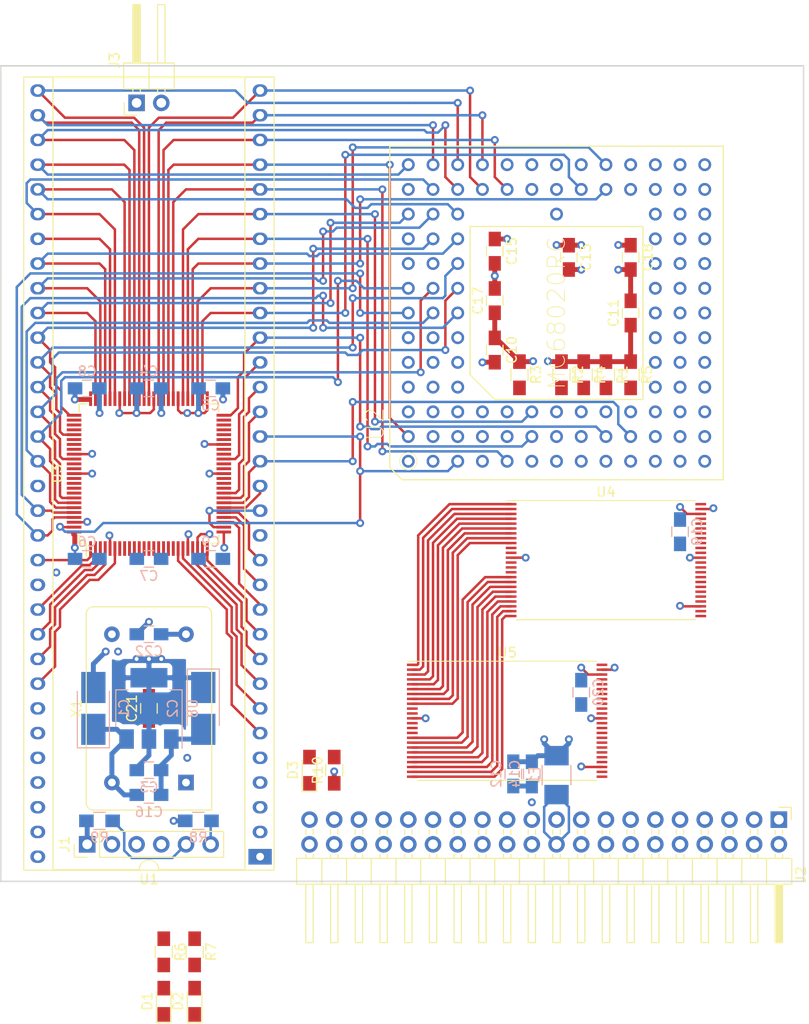
<source format=kicad_pcb>
(kicad_pcb (version 20171130) (host pcbnew "(5.0.1)-rc2")
  (layers (0 F.Cu signal) (1 In1.Cu signal hide) (2 In2.Cu signal hide) (31 B.Cu signal) (34 B.Paste user hide) (35 F.Paste user hide) (36 B.SilkS user) (37 F.SilkS user) (38 B.Mask user hide) (39 F.Mask user hide) (44 Edge.Cuts user))
  (net 0 "")
  (net 1 GND)
  (net 2 +5V)
  (net 3 +3V3)
  (net 4 "Net-(D1-Pad2)")
  (net 5 "Net-(D2-Pad2)")
  (net 6 "Net-(F1-Pad2)")
  (net 7 /TMS)
  (net 8 /TDI)
  (net 9 /TDO)
  (net 10 /TCK)
  (net 11 /#IDE_CS2)
  (net 12 /#IDE_CS1)
  (net 13 /A4)
  (net 14 /A2)
  (net 15 "Net-(J2-Pad34)")
  (net 16 /A3)
  (net 17 "Net-(J2-Pad32)")
  (net 18 /#IDE_IRQ)
  (net 19 "Net-(J2-Pad29)")
  (net 20 "Net-(J2-Pad28)")
  (net 21 /#IDE_WAIT)
  (net 22 /#IDE_RD)
  (net 23 /#IDE_WR)
  (net 24 "Net-(J2-Pad21)")
  (net 25 /D23)
  (net 26 /D24)
  (net 27 /D22)
  (net 28 /D25)
  (net 29 /D21)
  (net 30 /D26)
  (net 31 /D20)
  (net 32 /D27)
  (net 33 /D19)
  (net 34 /D28)
  (net 35 /D18)
  (net 36 /D29)
  (net 37 /D17)
  (net 38 /D30)
  (net 39 /D16)
  (net 40 /D31)
  (net 41 /#RESET)
  (net 42 /#BR_20)
  (net 43 /#BGACK_20)
  (net 44 /ACTIVE)
  (net 45 /A1)
  (net 46 /FC0)
  (net 47 /FC1)
  (net 48 /FC2)
  (net 49 /#IPL0)
  (net 50 /#IPL1)
  (net 51 /#IPL2)
  (net 52 /#BERR)
  (net 53 /#VPA)
  (net 54 /A23)
  (net 55 /E)
  (net 56 /A22)
  (net 57 /#VMA)
  (net 58 /A21)
  (net 59 /#HALT)
  (net 60 /A20)
  (net 61 /A19)
  (net 62 /CLK_7)
  (net 63 /A18)
  (net 64 /A17)
  (net 65 /#BR)
  (net 66 /A16)
  (net 67 /#BGACK)
  (net 68 /A15)
  (net 69 /#BG)
  (net 70 /A14)
  (net 71 /#DTACK)
  (net 72 /A13)
  (net 73 /R_#W)
  (net 74 /A12)
  (net 75 /#LDS)
  (net 76 /A11)
  (net 77 /#UDS)
  (net 78 /A10)
  (net 79 /#AS)
  (net 80 /A9)
  (net 81 /A8)
  (net 82 /A7)
  (net 83 /A6)
  (net 84 /A5)
  (net 85 "Net-(U2-PadE13)")
  (net 86 "Net-(U2-PadF13)")
  (net 87 /D1)
  (net 88 /D0)
  (net 89 /D7)
  (net 90 /D3)
  (net 91 /D2)
  (net 92 /D10)
  (net 93 /D6)
  (net 94 /D5)
  (net 95 /D4)
  (net 96 /D12)
  (net 97 /D9)
  (net 98 /D8)
  (net 99 /RAM0_#CE)
  (net 100 /RAM0_#OE)
  (net 101 /RAM0_#WE)
  (net 102 /RAM1_#WE)
  (net 103 /RAM1_#OE)
  (net 104 /RAM1_#CE)
  (net 105 /D15)
  (net 106 /D14)
  (net 107 /D13)
  (net 108 /D11)
  (net 109 /MAPROM)
  (net 110 /#BG_20)
  (net 111 /CLK_ACCEL)
  (net 112 /A0)
  (net 113 "Net-(U2-PadE02)")
  (net 114 /SIZ0_20)
  (net 115 "Net-(U2-PadG01)")
  (net 116 /SIZ1_20)
  (net 117 /#DBEN_20)
  (net 118 /#DSACK0_20)
  (net 119 /#DSACK1_20)
  (net 120 /#AS_20)
  (net 121 /R_#W_20)
  (net 122 /#DS_20)
  (net 123 "Net-(X1-Pad1)")
  (net 124 "Net-(D3-Pad2)")
  (net 125 /#DSAP)
  (net 126 /#CDIS)
  (net 127 /#AVEC)
  (net 128 /#INT2)
  (net 129 "Net-(U4-Pad10)")
  (net 130 "Net-(U4-Pad13)")
  (net 131 /RAM0_#UB)
  (net 132 /RAM0_#LB)
  (net 133 /RAM1_#LB)
  (net 134 /RAM1_#UB)
  (net 135 "Net-(U5-Pad13)")
  (net 136 "Net-(U5-Pad10)")
  (net 137 /A31)
  (net 138 /A28)
  (net 139 /A26)
  (net 140 /A30)
  (net 141 /A27)
  (net 142 /A24)
  (net 143 /A29)
  (net 144 /A25)
  (module Capacitors_SMD:C_0805_HandSoldering (layer B.Cu) (at 93.98 118.999 90)
    (fp_text reference C19 (at 0 1.75 90) (layer B.SilkS) (effects (justify mirror)))
    (fp_text value 100n)
    (pad 2 smd rect (at 1.25 0 90) (size 1.5 1.25) (layers B.Cu B.Paste B.Mask) (net 1 GND))
    (pad 1 smd rect (at -1.25 0 90) (size 1.5 1.25) (layers B.Cu B.Paste B.Mask) (net 2 +5V))
  )
  (module Housings_DIP:DIP-64_W22.86mm_Socket_LongPads (layer F.Cu) (at 50.8 152.4 180)
    (fp_text reference U1 (at 11.43 -2.33 180) (layer F.SilkS))
    (fp_text value 68000D)
    (pad 64 thru_hole oval (at 22.86 0 180) (size 1.524 1.27) (drill 0.8128) (layers *.Cu *.Mask) (net 29 /D21))
    (pad 32 thru_hole oval (at 0 78.74 180) (size 1.524 1.27) (drill 0.8128) (layers *.Cu *.Mask) (net 13 /A4))
    (pad 63 thru_hole oval (at 22.86 2.54 180) (size 1.524 1.27) (drill 0.8128) (layers *.Cu *.Mask) (net 27 /D22))
    (pad 31 thru_hole oval (at 0 76.2 180) (size 1.524 1.27) (drill 0.8128) (layers *.Cu *.Mask) (net 16 /A3))
    (pad 62 thru_hole oval (at 22.86 5.08 180) (size 1.524 1.27) (drill 0.8128) (layers *.Cu *.Mask) (net 25 /D23))
    (pad 30 thru_hole oval (at 0 73.66 180) (size 1.524 1.27) (drill 0.8128) (layers *.Cu *.Mask) (net 14 /A2))
    (pad 61 thru_hole oval (at 22.86 7.62 180) (size 1.524 1.27) (drill 0.8128) (layers *.Cu *.Mask) (net 26 /D24))
    (pad 29 thru_hole oval (at 0 71.12 180) (size 1.524 1.27) (drill 0.8128) (layers *.Cu *.Mask) (net 45 /A1))
    (pad 60 thru_hole oval (at 22.86 10.16 180) (size 1.524 1.27) (drill 0.8128) (layers *.Cu *.Mask) (net 28 /D25))
    (pad 28 thru_hole oval (at 0 68.58 180) (size 1.524 1.27) (drill 0.8128) (layers *.Cu *.Mask) (net 46 /FC0))
    (pad 59 thru_hole oval (at 22.86 12.7 180) (size 1.524 1.27) (drill 0.8128) (layers *.Cu *.Mask) (net 30 /D26))
    (pad 27 thru_hole oval (at 0 66.04 180) (size 1.524 1.27) (drill 0.8128) (layers *.Cu *.Mask) (net 47 /FC1))
    (pad 58 thru_hole oval (at 22.86 15.24 180) (size 1.524 1.27) (drill 0.8128) (layers *.Cu *.Mask) (net 32 /D27))
    (pad 26 thru_hole oval (at 0 63.5 180) (size 1.524 1.27) (drill 0.8128) (layers *.Cu *.Mask) (net 48 /FC2))
    (pad 57 thru_hole oval (at 22.86 17.78 180) (size 1.524 1.27) (drill 0.8128) (layers *.Cu *.Mask) (net 34 /D28))
    (pad 25 thru_hole oval (at 0 60.96 180) (size 1.524 1.27) (drill 0.8128) (layers *.Cu *.Mask) (net 49 /#IPL0))
    (pad 56 thru_hole oval (at 22.86 20.32 180) (size 1.524 1.27) (drill 0.8128) (layers *.Cu *.Mask) (net 36 /D29))
    (pad 24 thru_hole oval (at 0 58.42 180) (size 1.524 1.27) (drill 0.8128) (layers *.Cu *.Mask) (net 50 /#IPL1))
    (pad 55 thru_hole oval (at 22.86 22.86 180) (size 1.524 1.27) (drill 0.8128) (layers *.Cu *.Mask) (net 38 /D30))
    (pad 23 thru_hole oval (at 0 55.88 180) (size 1.524 1.27) (drill 0.8128) (layers *.Cu *.Mask) (net 51 /#IPL2))
    (pad 54 thru_hole oval (at 22.86 25.4 180) (size 1.524 1.27) (drill 0.8128) (layers *.Cu *.Mask) (net 40 /D31))
    (pad 22 thru_hole oval (at 0 53.34 180) (size 1.524 1.27) (drill 0.8128) (layers *.Cu *.Mask) (net 52 /#BERR))
    (pad 53 thru_hole oval (at 22.86 27.94 180) (size 1.524 1.27) (drill 0.8128) (layers *.Cu *.Mask) (net 1 GND))
    (pad 21 thru_hole oval (at 0 50.8 180) (size 1.524 1.27) (drill 0.8128) (layers *.Cu *.Mask) (net 53 /#VPA))
    (pad 52 thru_hole oval (at 22.86 30.48 180) (size 1.524 1.27) (drill 0.8128) (layers *.Cu *.Mask) (net 54 /A23))
    (pad 20 thru_hole oval (at 0 48.26 180) (size 1.524 1.27) (drill 0.8128) (layers *.Cu *.Mask) (net 55 /E))
    (pad 51 thru_hole oval (at 22.86 33.02 180) (size 1.524 1.27) (drill 0.8128) (layers *.Cu *.Mask) (net 56 /A22))
    (pad 19 thru_hole oval (at 0 45.72 180) (size 1.524 1.27) (drill 0.8128) (layers *.Cu *.Mask) (net 57 /#VMA))
    (pad 50 thru_hole oval (at 22.86 35.56 180) (size 1.524 1.27) (drill 0.8128) (layers *.Cu *.Mask) (net 58 /A21))
    (pad 18 thru_hole oval (at 0 43.18 180) (size 1.524 1.27) (drill 0.8128) (layers *.Cu *.Mask) (net 41 /#RESET))
    (pad 49 thru_hole oval (at 22.86 38.1 180) (size 1.524 1.27) (drill 0.8128) (layers *.Cu *.Mask) (net 2 +5V))
    (pad 17 thru_hole oval (at 0 40.64 180) (size 1.524 1.27) (drill 0.8128) (layers *.Cu *.Mask) (net 59 /#HALT))
    (pad 48 thru_hole oval (at 22.86 40.64 180) (size 1.524 1.27) (drill 0.8128) (layers *.Cu *.Mask) (net 60 /A20))
    (pad 16 thru_hole oval (at 0 38.1 180) (size 1.524 1.27) (drill 0.8128) (layers *.Cu *.Mask) (net 1 GND))
    (pad 47 thru_hole oval (at 22.86 43.18 180) (size 1.524 1.27) (drill 0.8128) (layers *.Cu *.Mask) (net 61 /A19))
    (pad 15 thru_hole oval (at 0 35.56 180) (size 1.524 1.27) (drill 0.8128) (layers *.Cu *.Mask) (net 62 /CLK_7))
    (pad 46 thru_hole oval (at 22.86 45.72 180) (size 1.524 1.27) (drill 0.8128) (layers *.Cu *.Mask) (net 63 /A18))
    (pad 14 thru_hole oval (at 0 33.02 180) (size 1.524 1.27) (drill 0.8128) (layers *.Cu *.Mask) (net 2 +5V))
    (pad 45 thru_hole oval (at 22.86 48.26 180) (size 1.524 1.27) (drill 0.8128) (layers *.Cu *.Mask) (net 64 /A17))
    (pad 13 thru_hole oval (at 0 30.48 180) (size 1.524 1.27) (drill 0.8128) (layers *.Cu *.Mask) (net 65 /#BR))
    (pad 44 thru_hole oval (at 22.86 50.8 180) (size 1.524 1.27) (drill 0.8128) (layers *.Cu *.Mask) (net 66 /A16))
    (pad 12 thru_hole oval (at 0 27.94 180) (size 1.524 1.27) (drill 0.8128) (layers *.Cu *.Mask) (net 67 /#BGACK))
    (pad 43 thru_hole oval (at 22.86 53.34 180) (size 1.524 1.27) (drill 0.8128) (layers *.Cu *.Mask) (net 68 /A15))
    (pad 11 thru_hole oval (at 0 25.4 180) (size 1.524 1.27) (drill 0.8128) (layers *.Cu *.Mask) (net 69 /#BG))
    (pad 42 thru_hole oval (at 22.86 55.88 180) (size 1.524 1.27) (drill 0.8128) (layers *.Cu *.Mask) (net 70 /A14))
    (pad 10 thru_hole oval (at 0 22.86 180) (size 1.524 1.27) (drill 0.8128) (layers *.Cu *.Mask) (net 71 /#DTACK))
    (pad 41 thru_hole oval (at 22.86 58.42 180) (size 1.524 1.27) (drill 0.8128) (layers *.Cu *.Mask) (net 72 /A13))
    (pad 9 thru_hole oval (at 0 20.32 180) (size 1.524 1.27) (drill 0.8128) (layers *.Cu *.Mask) (net 73 /R_#W))
    (pad 40 thru_hole oval (at 22.86 60.96 180) (size 1.524 1.27) (drill 0.8128) (layers *.Cu *.Mask) (net 74 /A12))
    (pad 8 thru_hole oval (at 0 17.78 180) (size 1.524 1.27) (drill 0.8128) (layers *.Cu *.Mask) (net 75 /#LDS))
    (pad 39 thru_hole oval (at 22.86 63.5 180) (size 1.524 1.27) (drill 0.8128) (layers *.Cu *.Mask) (net 76 /A11))
    (pad 7 thru_hole oval (at 0 15.24 180) (size 1.524 1.27) (drill 0.8128) (layers *.Cu *.Mask) (net 77 /#UDS))
    (pad 38 thru_hole oval (at 22.86 66.04 180) (size 1.524 1.27) (drill 0.8128) (layers *.Cu *.Mask) (net 78 /A10))
    (pad 6 thru_hole oval (at 0 12.7 180) (size 1.524 1.27) (drill 0.8128) (layers *.Cu *.Mask) (net 79 /#AS))
    (pad 37 thru_hole oval (at 22.86 68.58 180) (size 1.524 1.27) (drill 0.8128) (layers *.Cu *.Mask) (net 80 /A9))
    (pad 5 thru_hole oval (at 0 10.16 180) (size 1.524 1.27) (drill 0.8128) (layers *.Cu *.Mask) (net 39 /D16))
    (pad 36 thru_hole oval (at 22.86 71.12 180) (size 1.524 1.27) (drill 0.8128) (layers *.Cu *.Mask) (net 81 /A8))
    (pad 4 thru_hole oval (at 0 7.62 180) (size 1.524 1.27) (drill 0.8128) (layers *.Cu *.Mask) (net 37 /D17))
    (pad 35 thru_hole oval (at 22.86 73.66 180) (size 1.524 1.27) (drill 0.8128) (layers *.Cu *.Mask) (net 82 /A7))
    (pad 3 thru_hole oval (at 0 5.08 180) (size 1.524 1.27) (drill 0.8128) (layers *.Cu *.Mask) (net 35 /D18))
    (pad 34 thru_hole oval (at 22.86 76.2 180) (size 1.524 1.27) (drill 0.8128) (layers *.Cu *.Mask) (net 83 /A6))
    (pad 2 thru_hole oval (at 0 2.54 180) (size 1.524 1.27) (drill 0.8128) (layers *.Cu *.Mask) (net 33 /D19))
    (pad 33 thru_hole oval (at 22.86 78.74 180) (size 1.524 1.27) (drill 0.8128) (layers *.Cu *.Mask) (net 84 /A5))
    (pad 1 thru_hole rect (at 0 0 180) (size 2.4 1.6) (drill 0.8) (layers *.Cu *.Mask) (net 31 /D20))
  )
  (module Housings_SSOP:TSOP-I-48_18.4x12mm_Pitch0.5mm (layer F.Cu) (at 86.36 121.92)
    (fp_text reference U4 (at 0 -7) (layer F.SilkS))
    (fp_text value CY62167G)
    (pad 1 smd rect (at -9.75 -5.75) (size 1.1 0.25) (layers F.Cu F.Paste F.Mask) (net 64 /A17))
    (pad 25 smd rect (at 9.75 5.75) (size 1.1 0.25) (layers F.Cu F.Paste F.Mask) (net 14 /A2))
    (pad 2 smd rect (at -9.75 -5.25) (size 1.1 0.25) (layers F.Cu F.Paste F.Mask) (net 66 /A16))
    (pad 3 smd rect (at -9.75 -4.75) (size 1.1 0.25) (layers F.Cu F.Paste F.Mask) (net 68 /A15))
    (pad 4 smd rect (at -9.75 -4.25) (size 1.1 0.25) (layers F.Cu F.Paste F.Mask) (net 70 /A14))
    (pad 5 smd rect (at -9.75 -3.75) (size 1.1 0.25) (layers F.Cu F.Paste F.Mask) (net 72 /A13))
    (pad 6 smd rect (at -9.75 -3.25) (size 1.1 0.25) (layers F.Cu F.Paste F.Mask) (net 74 /A12))
    (pad 7 smd rect (at -9.75 -2.75) (size 1.1 0.25) (layers F.Cu F.Paste F.Mask) (net 76 /A11))
    (pad 8 smd rect (at -9.75 -2.25) (size 1.1 0.25) (layers F.Cu F.Paste F.Mask) (net 78 /A10))
    (pad 9 smd rect (at -9.75 -1.75) (size 1.1 0.25) (layers F.Cu F.Paste F.Mask) (net 58 /A21))
    (pad 10 smd rect (at -9.75 -1.25) (size 1.1 0.25) (layers F.Cu F.Paste F.Mask) (net 129 "Net-(U4-Pad10)"))
    (pad 11 smd rect (at -9.75 -0.75) (size 1.1 0.25) (layers F.Cu F.Paste F.Mask) (net 101 /RAM0_#WE))
    (pad 12 smd rect (at -9.75 -0.25) (size 1.1 0.25) (layers F.Cu F.Paste F.Mask) (net 2 +5V))
    (pad 13 smd rect (at -9.75 0.25) (size 1.1 0.25) (layers F.Cu F.Paste F.Mask) (net 130 "Net-(U4-Pad13)"))
    (pad 14 smd rect (at -9.75 0.75) (size 1.1 0.25) (layers F.Cu F.Paste F.Mask) (net 131 /RAM0_#UB))
    (pad 15 smd rect (at -9.75 1.25) (size 1.1 0.25) (layers F.Cu F.Paste F.Mask) (net 132 /RAM0_#LB))
    (pad 16 smd rect (at -9.75 1.75) (size 1.1 0.25) (layers F.Cu F.Paste F.Mask) (net 60 /A20))
    (pad 17 smd rect (at -9.75 2.25) (size 1.1 0.25) (layers F.Cu F.Paste F.Mask) (net 61 /A19))
    (pad 18 smd rect (at -9.75 2.75) (size 1.1 0.25) (layers F.Cu F.Paste F.Mask) (net 80 /A9))
    (pad 19 smd rect (at -9.75 3.25) (size 1.1 0.25) (layers F.Cu F.Paste F.Mask) (net 81 /A8))
    (pad 20 smd rect (at -9.75 3.75) (size 1.1 0.25) (layers F.Cu F.Paste F.Mask) (net 82 /A7))
    (pad 21 smd rect (at -9.75 4.25) (size 1.1 0.25) (layers F.Cu F.Paste F.Mask) (net 83 /A6))
    (pad 22 smd rect (at -9.75 4.75) (size 1.1 0.25) (layers F.Cu F.Paste F.Mask) (net 84 /A5))
    (pad 23 smd rect (at -9.75 5.25) (size 1.1 0.25) (layers F.Cu F.Paste F.Mask) (net 13 /A4))
    (pad 24 smd rect (at -9.75 5.75) (size 1.1 0.25) (layers F.Cu F.Paste F.Mask) (net 16 /A3))
    (pad 26 smd rect (at 9.75 5.25) (size 1.1 0.25) (layers F.Cu F.Paste F.Mask) (net 99 /RAM0_#CE))
    (pad 27 smd rect (at 9.75 4.75) (size 1.1 0.25) (layers F.Cu F.Paste F.Mask) (net 1 GND))
    (pad 28 smd rect (at 9.75 4.25) (size 1.1 0.25) (layers F.Cu F.Paste F.Mask) (net 100 /RAM0_#OE))
    (pad 29 smd rect (at 9.75 3.75) (size 1.1 0.25) (layers F.Cu F.Paste F.Mask) (net 93 /D6))
    (pad 30 smd rect (at 9.75 3.25) (size 1.1 0.25) (layers F.Cu F.Paste F.Mask) (net 98 /D8))
    (pad 31 smd rect (at 9.75 2.75) (size 1.1 0.25) (layers F.Cu F.Paste F.Mask) (net 94 /D5))
    (pad 32 smd rect (at 9.75 2.25) (size 1.1 0.25) (layers F.Cu F.Paste F.Mask) (net 97 /D9))
    (pad 33 smd rect (at 9.75 1.75) (size 1.1 0.25) (layers F.Cu F.Paste F.Mask) (net 95 /D4))
    (pad 34 smd rect (at 9.75 1.25) (size 1.1 0.25) (layers F.Cu F.Paste F.Mask) (net 92 /D10))
    (pad 35 smd rect (at 9.75 0.75) (size 1.1 0.25) (layers F.Cu F.Paste F.Mask) (net 89 /D7))
    (pad 36 smd rect (at 9.75 0.25) (size 1.1 0.25) (layers F.Cu F.Paste F.Mask) (net 96 /D12))
    (pad 37 smd rect (at 9.75 -0.25) (size 1.1 0.25) (layers F.Cu F.Paste F.Mask) (net 2 +5V))
    (pad 38 smd rect (at 9.75 -0.75) (size 1.1 0.25) (layers F.Cu F.Paste F.Mask) (net 90 /D3))
    (pad 39 smd rect (at 9.75 -1.25) (size 1.1 0.25) (layers F.Cu F.Paste F.Mask) (net 108 /D11))
    (pad 40 smd rect (at 9.75 -1.75) (size 1.1 0.25) (layers F.Cu F.Paste F.Mask) (net 91 /D2))
    (pad 41 smd rect (at 9.75 -2.25) (size 1.1 0.25) (layers F.Cu F.Paste F.Mask) (net 107 /D13))
    (pad 42 smd rect (at 9.75 -2.75) (size 1.1 0.25) (layers F.Cu F.Paste F.Mask) (net 87 /D1))
    (pad 43 smd rect (at 9.75 -3.25) (size 1.1 0.25) (layers F.Cu F.Paste F.Mask) (net 106 /D14))
    (pad 44 smd rect (at 9.75 -3.75) (size 1.1 0.25) (layers F.Cu F.Paste F.Mask) (net 88 /D0))
    (pad 45 smd rect (at 9.75 -4.25) (size 1.1 0.25) (layers F.Cu F.Paste F.Mask) (net 105 /D15))
    (pad 46 smd rect (at 9.75 -4.75) (size 1.1 0.25) (layers F.Cu F.Paste F.Mask) (net 1 GND))
    (pad 47 smd rect (at 9.75 -5.25) (size 1.1 0.25) (layers F.Cu F.Paste F.Mask) (net 2 +5V))
    (pad 48 smd rect (at 9.75 -5.75) (size 1.1 0.25) (layers F.Cu F.Paste F.Mask) (net 63 /A18))
  )
  (module Capacitors_Tantalum_SMD:CP_Tantalum_Case-B_EIA-3528-21_Hand (layer B.Cu) (at 33.655 137.16 90)
    (fp_text reference C1 (at 0 3.15 90) (layer B.SilkS) (effects (justify mirror)))
    (fp_text value 10u)
    (pad 2 smd rect (at 2.15 0 90) (size 3.2 2.5) (layers B.Cu B.Paste B.Mask) (net 1 GND))
    (pad 1 smd rect (at -2.15 0 90) (size 3.2 2.5) (layers B.Cu B.Paste B.Mask) (net 2 +5V))
  )
  (module Capacitors_Tantalum_SMD:CP_Tantalum_Case-B_EIA-3528-21_Hand (layer B.Cu) (at 44.958 137.16 270)
    (fp_text reference C2 (at 0 3.15 270) (layer B.SilkS) (effects (justify mirror)))
    (fp_text value 10u)
    (pad 1 smd rect (at -2.15 0 270) (size 3.2 2.5) (layers B.Cu B.Paste B.Mask) (net 3 +3V3))
    (pad 2 smd rect (at 2.15 0 270) (size 3.2 2.5) (layers B.Cu B.Paste B.Mask) (net 1 GND))
  )
  (module Capacitors_SMD:C_0805_HandSoldering (layer B.Cu) (at 39.37 143.51)
    (fp_text reference C3 (at 0 1.75) (layer B.SilkS) (effects (justify mirror)))
    (fp_text value 100n)
    (pad 2 smd rect (at 1.25 0) (size 1.5 1.25) (layers B.Cu B.Paste B.Mask) (net 1 GND))
    (pad 1 smd rect (at -1.25 0) (size 1.5 1.25) (layers B.Cu B.Paste B.Mask) (net 3 +3V3))
  )
  (module Capacitors_SMD:C_0805_HandSoldering (layer B.Cu) (at 39.37 104.267 180)
    (fp_text reference C4 (at 0 1.75 180) (layer B.SilkS) (effects (justify mirror)))
    (fp_text value 100n)
    (pad 1 smd rect (at -1.25 0 180) (size 1.5 1.25) (layers B.Cu B.Paste B.Mask) (net 3 +3V3))
    (pad 2 smd rect (at 1.25 0 180) (size 1.5 1.25) (layers B.Cu B.Paste B.Mask) (net 1 GND))
  )
  (module Capacitors_SMD:C_0805_HandSoldering (layer B.Cu) (at 45.72 104.267)
    (fp_text reference C5 (at 0 1.75) (layer B.SilkS) (effects (justify mirror)))
    (fp_text value 100n)
    (pad 2 smd rect (at 1.25 0) (size 1.5 1.25) (layers B.Cu B.Paste B.Mask) (net 1 GND))
    (pad 1 smd rect (at -1.25 0) (size 1.5 1.25) (layers B.Cu B.Paste B.Mask) (net 3 +3V3))
  )
  (module Capacitors_SMD:C_0805_HandSoldering (layer B.Cu) (at 33.02 121.793 180)
    (fp_text reference C6 (at 0 1.75 180) (layer B.SilkS) (effects (justify mirror)))
    (fp_text value 100n)
    (pad 1 smd rect (at -1.25 0 180) (size 1.5 1.25) (layers B.Cu B.Paste B.Mask) (net 3 +3V3))
    (pad 2 smd rect (at 1.25 0 180) (size 1.5 1.25) (layers B.Cu B.Paste B.Mask) (net 1 GND))
  )
  (module Capacitors_SMD:C_0805_HandSoldering (layer B.Cu) (at 39.37 121.793)
    (fp_text reference C7 (at 0 1.75) (layer B.SilkS) (effects (justify mirror)))
    (fp_text value 100n)
    (pad 1 smd rect (at -1.25 0) (size 1.5 1.25) (layers B.Cu B.Paste B.Mask) (net 3 +3V3))
    (pad 2 smd rect (at 1.25 0) (size 1.5 1.25) (layers B.Cu B.Paste B.Mask) (net 1 GND))
  )
  (module Capacitors_SMD:C_0805_HandSoldering (layer B.Cu) (at 33.02 104.267 180)
    (fp_text reference C8 (at 0 1.75 180) (layer B.SilkS) (effects (justify mirror)))
    (fp_text value 100n)
    (pad 2 smd rect (at 1.25 0 180) (size 1.5 1.25) (layers B.Cu B.Paste B.Mask) (net 1 GND))
    (pad 1 smd rect (at -1.25 0 180) (size 1.5 1.25) (layers B.Cu B.Paste B.Mask) (net 3 +3V3))
  )
  (module Capacitors_SMD:C_0805_HandSoldering (layer B.Cu) (at 45.72 121.793 180)
    (fp_text reference C9 (at 0 1.75 180) (layer B.SilkS) (effects (justify mirror)))
    (fp_text value 100n)
    (pad 1 smd rect (at -1.25 0 180) (size 1.5 1.25) (layers B.Cu B.Paste B.Mask) (net 3 +3V3))
    (pad 2 smd rect (at 1.25 0 180) (size 1.5 1.25) (layers B.Cu B.Paste B.Mask) (net 1 GND))
  )
  (module Capacitors_SMD:C_0805_HandSoldering (layer F.Cu) (at 74.93 100.33 270)
    (fp_text reference C10 (at 0 -1.75 270) (layer F.SilkS))
    (fp_text value 100n)
    (pad 2 smd rect (at 1.25 0 270) (size 1.5 1.25) (layers F.Cu F.Paste F.Mask) (net 1 GND))
    (pad 1 smd rect (at -1.25 0 270) (size 1.5 1.25) (layers F.Cu F.Paste F.Mask) (net 2 +5V))
  )
  (module Capacitors_SMD:C_0805_HandSoldering (layer F.Cu) (at 88.9 96.52 90)
    (fp_text reference C11 (at 0 -1.75 90) (layer F.SilkS))
    (fp_text value 100n)
    (pad 2 smd rect (at 1.25 0 90) (size 1.5 1.25) (layers F.Cu F.Paste F.Mask) (net 1 GND))
    (pad 1 smd rect (at -1.25 0 90) (size 1.5 1.25) (layers F.Cu F.Paste F.Mask) (net 2 +5V))
  )
  (module Capacitors_SMD:C_0805_HandSoldering (layer B.Cu) (at 76.835 143.891 270)
    (fp_text reference C12 (at 0 1.75 270) (layer B.SilkS) (effects (justify mirror)))
    (fp_text value 100n)
    (pad 2 smd rect (at 1.25 0 270) (size 1.5 1.25) (layers B.Cu B.Paste B.Mask) (net 1 GND))
    (pad 1 smd rect (at -1.25 0 270) (size 1.5 1.25) (layers B.Cu B.Paste B.Mask) (net 2 +5V))
  )
  (module Capacitors_SMD:C_0805_HandSoldering (layer F.Cu) (at 82.55 90.805 270)
    (fp_text reference C13 (at 0 -1.75 270) (layer F.SilkS))
    (fp_text value 100n)
    (pad 1 smd rect (at -1.25 0 270) (size 1.5 1.25) (layers F.Cu F.Paste F.Mask) (net 2 +5V))
    (pad 2 smd rect (at 1.25 0 270) (size 1.5 1.25) (layers F.Cu F.Paste F.Mask) (net 1 GND))
  )
  (module Capacitors_SMD:C_0805_HandSoldering (layer B.Cu) (at 78.74 143.891 270)
    (fp_text reference C14 (at 0 1.75 270) (layer B.SilkS) (effects (justify mirror)))
    (fp_text value 100n)
    (pad 2 smd rect (at 1.25 0 270) (size 1.5 1.25) (layers B.Cu B.Paste B.Mask) (net 1 GND))
    (pad 1 smd rect (at -1.25 0 270) (size 1.5 1.25) (layers B.Cu B.Paste B.Mask) (net 2 +5V))
  )
  (module Capacitors_SMD:C_0805_HandSoldering (layer F.Cu) (at 74.93 90.17 270)
    (fp_text reference C15 (at 0 -1.75 270) (layer F.SilkS))
    (fp_text value 100n)
    (pad 1 smd rect (at -1.25 0 270) (size 1.5 1.25) (layers F.Cu F.Paste F.Mask) (net 2 +5V))
    (pad 2 smd rect (at 1.25 0 270) (size 1.5 1.25) (layers F.Cu F.Paste F.Mask) (net 1 GND))
  )
  (module Capacitors_SMD:C_0805_HandSoldering (layer B.Cu) (at 39.37 146.05)
    (fp_text reference C16 (at 0 1.75) (layer B.SilkS) (effects (justify mirror)))
    (fp_text value 100n)
    (pad 1 smd rect (at -1.25 0) (size 1.5 1.25) (layers B.Cu B.Paste B.Mask) (net 2 +5V))
    (pad 2 smd rect (at 1.25 0) (size 1.5 1.25) (layers B.Cu B.Paste B.Mask) (net 1 GND))
  )
  (module Capacitors_SMD:C_0805_HandSoldering (layer F.Cu) (at 74.93 95.25 90)
    (fp_text reference C17 (at 0 -1.75 90) (layer F.SilkS))
    (fp_text value 100n)
    (pad 2 smd rect (at 1.25 0 90) (size 1.5 1.25) (layers F.Cu F.Paste F.Mask) (net 1 GND))
    (pad 1 smd rect (at -1.25 0 90) (size 1.5 1.25) (layers F.Cu F.Paste F.Mask) (net 2 +5V))
  )
  (module Capacitors_SMD:C_0805_HandSoldering (layer F.Cu) (at 88.9 90.805 270)
    (fp_text reference C18 (at 0 -1.75 270) (layer F.SilkS))
    (fp_text value 100n)
    (pad 1 smd rect (at -1.25 0 270) (size 1.5 1.25) (layers F.Cu F.Paste F.Mask) (net 2 +5V))
    (pad 2 smd rect (at 1.25 0 270) (size 1.5 1.25) (layers F.Cu F.Paste F.Mask) (net 1 GND))
  )
  (module Capacitors_SMD:C_0805_HandSoldering (layer B.Cu) (at 83.82 135.509 90)
    (fp_text reference C20 (at 0 1.75 90) (layer B.SilkS) (effects (justify mirror)))
    (fp_text value 100n)
    (pad 1 smd rect (at -1.25 0 90) (size 1.5 1.25) (layers B.Cu B.Paste B.Mask) (net 2 +5V))
    (pad 2 smd rect (at 1.25 0 90) (size 1.5 1.25) (layers B.Cu B.Paste B.Mask) (net 1 GND))
  )
  (module Capacitors_SMD:C_0805_HandSoldering (layer F.Cu) (at 39.37 137.16 90)
    (fp_text reference C21 (at 0 -1.75 90) (layer F.SilkS))
    (fp_text value 100n)
    (pad 1 smd rect (at -1.25 0 90) (size 1.5 1.25) (layers F.Cu F.Paste F.Mask) (net 2 +5V))
    (pad 2 smd rect (at 1.25 0 90) (size 1.5 1.25) (layers F.Cu F.Paste F.Mask) (net 1 GND))
  )
  (module Capacitors_SMD:C_0805_HandSoldering (layer B.Cu) (at 39.37 129.54)
    (fp_text reference C22 (at 0 1.75) (layer B.SilkS) (effects (justify mirror)))
    (fp_text value 100n)
    (pad 2 smd rect (at 1.25 0) (size 1.5 1.25) (layers B.Cu B.Paste B.Mask) (net 1 GND))
    (pad 1 smd rect (at -1.25 0) (size 1.5 1.25) (layers B.Cu B.Paste B.Mask) (net 2 +5V))
  )
  (module LEDs:LED_0805_HandSoldering (layer F.Cu) (at 40.894 167.259 90)
    (fp_text reference D1 (at 0 -1.7 90) (layer F.SilkS))
    (fp_text value LED)
    (pad 2 smd rect (at 1.35 0 90) (size 1.5 1.3) (layers F.Cu F.Paste F.Mask) (net 4 "Net-(D1-Pad2)"))
    (pad 1 smd rect (at -1.35 0 90) (size 1.5 1.3) (layers F.Cu F.Paste F.Mask) (net 1 GND))
  )
  (module LEDs:LED_0805_HandSoldering (layer F.Cu) (at 44.069 167.259 90)
    (fp_text reference D2 (at 0 -1.7 90) (layer F.SilkS))
    (fp_text value LED)
    (pad 1 smd rect (at -1.35 0 90) (size 1.5 1.3) (layers F.Cu F.Paste F.Mask) (net 1 GND))
    (pad 2 smd rect (at 1.35 0 90) (size 1.5 1.3) (layers F.Cu F.Paste F.Mask) (net 5 "Net-(D2-Pad2)"))
  )
  (module Resistors_SMD:R_1210_HandSoldering (layer B.Cu) (at 81.28 144.018 270)
    (fp_text reference F1 (at 0 2.3 270) (layer B.SilkS) (effects (justify mirror)))
    (fp_text value 500mA)
    (pad 2 smd rect (at 2 0 270) (size 2 2.5) (layers B.Cu B.Paste B.Mask) (net 6 "Net-(F1-Pad2)"))
    (pad 1 smd rect (at -2 0 270) (size 2 2.5) (layers B.Cu B.Paste B.Mask) (net 2 +5V))
  )
  (module Pin_Headers:Pin_Header_Straight_1x06_Pitch2.54mm (layer F.Cu) (at 33.02 151.13 90)
    (fp_text reference J1 (at 0 -2.33 90) (layer F.SilkS))
    (fp_text value JTAG)
    (pad 6 thru_hole oval (at 0 12.7 90) (size 1.7 1.7) (drill 1) (layers *.Cu *.Mask) (net 7 /TMS))
    (pad 5 thru_hole oval (at 0 10.16 90) (size 1.7 1.7) (drill 1) (layers *.Cu *.Mask) (net 8 /TDI))
    (pad 4 thru_hole oval (at 0 7.62 90) (size 1.7 1.7) (drill 1) (layers *.Cu *.Mask) (net 9 /TDO))
    (pad 3 thru_hole oval (at 0 5.08 90) (size 1.7 1.7) (drill 1) (layers *.Cu *.Mask) (net 10 /TCK))
    (pad 2 thru_hole oval (at 0 2.54 90) (size 1.7 1.7) (drill 1) (layers *.Cu *.Mask) (net 1 GND))
    (pad 1 thru_hole rect (at 0 0 90) (size 1.7 1.7) (drill 1) (layers *.Cu *.Mask) (net 3 +3V3))
  )
  (module Pin_Headers:Pin_Header_Angled_2x20_Pitch2.54mm (layer F.Cu) (at 104.14 148.59 270)
    (fp_text reference J2 (at 5.655 -2.27 270) (layer F.SilkS))
    (fp_text value IDE_40)
    (pad 40 thru_hole oval (at 2.54 48.26 270) (size 1.7 1.7) (drill 1) (layers *.Cu *.Mask) (net 1 GND))
    (pad 39 thru_hole oval (at 0 48.26 270) (size 1.7 1.7) (drill 1) (layers *.Cu *.Mask) (net 125 /#DSAP))
    (pad 38 thru_hole oval (at 2.54 45.72 270) (size 1.7 1.7) (drill 1) (layers *.Cu *.Mask) (net 11 /#IDE_CS2))
    (pad 37 thru_hole oval (at 0 45.72 270) (size 1.7 1.7) (drill 1) (layers *.Cu *.Mask) (net 12 /#IDE_CS1))
    (pad 36 thru_hole oval (at 2.54 43.18 270) (size 1.7 1.7) (drill 1) (layers *.Cu *.Mask) (net 13 /A4))
    (pad 35 thru_hole oval (at 0 43.18 270) (size 1.7 1.7) (drill 1) (layers *.Cu *.Mask) (net 14 /A2))
    (pad 34 thru_hole oval (at 2.54 40.64 270) (size 1.7 1.7) (drill 1) (layers *.Cu *.Mask) (net 15 "Net-(J2-Pad34)"))
    (pad 33 thru_hole oval (at 0 40.64 270) (size 1.7 1.7) (drill 1) (layers *.Cu *.Mask) (net 16 /A3))
    (pad 32 thru_hole oval (at 2.54 38.1 270) (size 1.7 1.7) (drill 1) (layers *.Cu *.Mask) (net 17 "Net-(J2-Pad32)"))
    (pad 31 thru_hole oval (at 0 38.1 270) (size 1.7 1.7) (drill 1) (layers *.Cu *.Mask) (net 18 /#IDE_IRQ))
    (pad 30 thru_hole oval (at 2.54 35.56 270) (size 1.7 1.7) (drill 1) (layers *.Cu *.Mask) (net 1 GND))
    (pad 29 thru_hole oval (at 0 35.56 270) (size 1.7 1.7) (drill 1) (layers *.Cu *.Mask) (net 19 "Net-(J2-Pad29)"))
    (pad 28 thru_hole oval (at 2.54 33.02 270) (size 1.7 1.7) (drill 1) (layers *.Cu *.Mask) (net 20 "Net-(J2-Pad28)"))
    (pad 27 thru_hole oval (at 0 33.02 270) (size 1.7 1.7) (drill 1) (layers *.Cu *.Mask) (net 21 /#IDE_WAIT))
    (pad 26 thru_hole oval (at 2.54 30.48 270) (size 1.7 1.7) (drill 1) (layers *.Cu *.Mask) (net 1 GND))
    (pad 25 thru_hole oval (at 0 30.48 270) (size 1.7 1.7) (drill 1) (layers *.Cu *.Mask) (net 22 /#IDE_RD))
    (pad 24 thru_hole oval (at 2.54 27.94 270) (size 1.7 1.7) (drill 1) (layers *.Cu *.Mask) (net 1 GND))
    (pad 23 thru_hole oval (at 0 27.94 270) (size 1.7 1.7) (drill 1) (layers *.Cu *.Mask) (net 23 /#IDE_WR))
    (pad 22 thru_hole oval (at 2.54 25.4 270) (size 1.7 1.7) (drill 1) (layers *.Cu *.Mask) (net 1 GND))
    (pad 21 thru_hole oval (at 0 25.4 270) (size 1.7 1.7) (drill 1) (layers *.Cu *.Mask) (net 24 "Net-(J2-Pad21)"))
    (pad 20 thru_hole oval (at 2.54 22.86 270) (size 1.7 1.7) (drill 1) (layers *.Cu *.Mask) (net 6 "Net-(F1-Pad2)"))
    (pad 19 thru_hole oval (at 0 22.86 270) (size 1.7 1.7) (drill 1) (layers *.Cu *.Mask) (net 1 GND))
    (pad 18 thru_hole oval (at 2.54 20.32 270) (size 1.7 1.7) (drill 1) (layers *.Cu *.Mask) (net 25 /D23))
    (pad 17 thru_hole oval (at 0 20.32 270) (size 1.7 1.7) (drill 1) (layers *.Cu *.Mask) (net 26 /D24))
    (pad 16 thru_hole oval (at 2.54 17.78 270) (size 1.7 1.7) (drill 1) (layers *.Cu *.Mask) (net 27 /D22))
    (pad 15 thru_hole oval (at 0 17.78 270) (size 1.7 1.7) (drill 1) (layers *.Cu *.Mask) (net 28 /D25))
    (pad 14 thru_hole oval (at 2.54 15.24 270) (size 1.7 1.7) (drill 1) (layers *.Cu *.Mask) (net 29 /D21))
    (pad 13 thru_hole oval (at 0 15.24 270) (size 1.7 1.7) (drill 1) (layers *.Cu *.Mask) (net 30 /D26))
    (pad 12 thru_hole oval (at 2.54 12.7 270) (size 1.7 1.7) (drill 1) (layers *.Cu *.Mask) (net 31 /D20))
    (pad 11 thru_hole oval (at 0 12.7 270) (size 1.7 1.7) (drill 1) (layers *.Cu *.Mask) (net 32 /D27))
    (pad 10 thru_hole oval (at 2.54 10.16 270) (size 1.7 1.7) (drill 1) (layers *.Cu *.Mask) (net 33 /D19))
    (pad 9 thru_hole oval (at 0 10.16 270) (size 1.7 1.7) (drill 1) (layers *.Cu *.Mask) (net 34 /D28))
    (pad 8 thru_hole oval (at 2.54 7.62 270) (size 1.7 1.7) (drill 1) (layers *.Cu *.Mask) (net 35 /D18))
    (pad 7 thru_hole oval (at 0 7.62 270) (size 1.7 1.7) (drill 1) (layers *.Cu *.Mask) (net 36 /D29))
    (pad 6 thru_hole oval (at 2.54 5.08 270) (size 1.7 1.7) (drill 1) (layers *.Cu *.Mask) (net 37 /D17))
    (pad 5 thru_hole oval (at 0 5.08 270) (size 1.7 1.7) (drill 1) (layers *.Cu *.Mask) (net 38 /D30))
    (pad 4 thru_hole oval (at 2.54 2.54 270) (size 1.7 1.7) (drill 1) (layers *.Cu *.Mask) (net 39 /D16))
    (pad 3 thru_hole oval (at 0 2.54 270) (size 1.7 1.7) (drill 1) (layers *.Cu *.Mask) (net 40 /D31))
    (pad 2 thru_hole oval (at 2.54 0 270) (size 1.7 1.7) (drill 1) (layers *.Cu *.Mask) (net 1 GND))
    (pad 1 thru_hole rect (at 0 0 270) (size 1.7 1.7) (drill 1) (layers *.Cu *.Mask) (net 41 /#RESET))
  )
  (module Resistors_SMD:R_0805_HandSoldering (layer F.Cu) (at 86.36 102.87 270)
    (fp_text reference R1 (at 0 -1.7 270) (layer F.SilkS))
    (fp_text value 10K)
    (pad 2 smd rect (at 1.35 0 270) (size 1.5 1.3) (layers F.Cu F.Paste F.Mask) (net 126 /#CDIS))
    (pad 1 smd rect (at -1.35 0 270) (size 1.5 1.3) (layers F.Cu F.Paste F.Mask) (net 2 +5V))
  )
  (module Resistors_SMD:R_0805_HandSoldering (layer F.Cu) (at 81.788 102.87 270)
    (fp_text reference R2 (at 0 -1.7 270) (layer F.SilkS))
    (fp_text value 10K)
    (pad 1 smd rect (at -1.35 0 270) (size 1.5 1.3) (layers F.Cu F.Paste F.Mask) (net 2 +5V))
    (pad 2 smd rect (at 1.35 0 270) (size 1.5 1.3) (layers F.Cu F.Paste F.Mask) (net 127 /#AVEC))
  )
  (module Resistors_SMD:R_0805_HandSoldering (layer F.Cu) (at 77.47 102.87 270)
    (fp_text reference R3 (at 0 -1.7 270) (layer F.SilkS))
    (fp_text value 10K)
    (pad 1 smd rect (at -1.35 0 270) (size 1.5 1.3) (layers F.Cu F.Paste F.Mask) (net 2 +5V))
    (pad 2 smd rect (at 1.35 0 270) (size 1.5 1.3) (layers F.Cu F.Paste F.Mask) (net 42 /#BR_20))
  )
  (module Resistors_SMD:R_0805_HandSoldering (layer F.Cu) (at 84.074 102.87 270)
    (fp_text reference R4 (at 0 -1.7 270) (layer F.SilkS))
    (fp_text value 10K)
    (pad 2 smd rect (at 1.35 0 270) (size 1.5 1.3) (layers F.Cu F.Paste F.Mask) (net 118 /#DSACK0_20))
    (pad 1 smd rect (at -1.35 0 270) (size 1.5 1.3) (layers F.Cu F.Paste F.Mask) (net 2 +5V))
  )
  (module Resistors_SMD:R_0805_HandSoldering (layer F.Cu) (at 88.9 102.87 270)
    (fp_text reference R5 (at 0 -1.7 270) (layer F.SilkS))
    (fp_text value 10K)
    (pad 2 smd rect (at 1.35 0 270) (size 1.5 1.3) (layers F.Cu F.Paste F.Mask) (net 119 /#DSACK1_20))
    (pad 1 smd rect (at -1.35 0 270) (size 1.5 1.3) (layers F.Cu F.Paste F.Mask) (net 2 +5V))
  )
  (module Resistors_SMD:R_0805_HandSoldering (layer F.Cu) (at 44.069 162.179 270)
    (fp_text reference R7 (at 0 -1.7 270) (layer F.SilkS))
    (fp_text value 680R)
    (pad 1 smd rect (at -1.35 0 270) (size 1.5 1.3) (layers F.Cu F.Paste F.Mask) (net 109 /MAPROM))
    (pad 2 smd rect (at 1.35 0 270) (size 1.5 1.3) (layers F.Cu F.Paste F.Mask) (net 5 "Net-(D2-Pad2)"))
  )
  (module Resistors_SMD:R_0805_HandSoldering (layer B.Cu) (at 44.45 148.717)
    (fp_text reference R8 (at 0 1.7) (layer B.SilkS) (effects (justify mirror)))
    (fp_text value 10K)
    (pad 2 smd rect (at 1.35 0) (size 1.5 1.3) (layers B.Cu B.Paste B.Mask) (net 7 /TMS))
    (pad 1 smd rect (at -1.35 0) (size 1.5 1.3) (layers B.Cu B.Paste B.Mask) (net 3 +3V3))
  )
  (module Resistors_SMD:R_0805_HandSoldering (layer B.Cu) (at 34.29 148.717)
    (fp_text reference R9 (at 0 1.7) (layer B.SilkS) (effects (justify mirror)))
    (fp_text value 10K)
    (pad 1 smd rect (at -1.35 0) (size 1.5 1.3) (layers B.Cu B.Paste B.Mask) (net 3 +3V3))
    (pad 2 smd rect (at 1.35 0) (size 1.5 1.3) (layers B.Cu B.Paste B.Mask) (net 8 /TDI))
  )
  (module Resistors_SMD:R_0805_HandSoldering (layer F.Cu) (at 40.894 162.179 270)
    (fp_text reference R6 (at 0 -1.7 270) (layer F.SilkS))
    (fp_text value 680R)
    (pad 2 smd rect (at 1.35 0 270) (size 1.5 1.3) (layers F.Cu F.Paste F.Mask) (net 4 "Net-(D1-Pad2)"))
    (pad 1 smd rect (at -1.35 0 270) (size 1.5 1.3) (layers F.Cu F.Paste F.Mask) (net 44 /ACTIVE))
  )
  (module micro-68x_db-MPGA114 (layer F.Cu) (at 81.28 96.52 90)
    (fp_text reference U2 (at -11.43 -18.669 90) (layer F.SilkS) (effects (font (size 1.778 1.778) (thickness 0.0889))))
    (fp_text value MC68020RC (at 0 0 90) (layer F.SilkS) (effects (font (size 1.778 1.778) (thickness 0.0889))))
    (pad A01 thru_hole circle (at -15.24 -15.24 90) (size 1.3208 1.3208) (drill 0.8128) (layers *.Cu *.Mask) (net 43 /#BGACK_20))
    (pad A02 thru_hole circle (at -12.7 -15.24 90) (size 1.3208 1.3208) (drill 0.8128) (layers *.Cu *.Mask) (net 45 /A1))
    (pad A03 thru_hole circle (at -10.16 -15.24 90) (size 1.3208 1.3208) (drill 0.8128) (layers *.Cu *.Mask) (net 137 /A31))
    (pad A04 thru_hole circle (at -7.62 -15.24 90) (size 1.3208 1.3208) (drill 0.8128) (layers *.Cu *.Mask) (net 138 /A28))
    (pad A05 thru_hole circle (at -5.08 -15.24 90) (size 1.3208 1.3208) (drill 0.8128) (layers *.Cu *.Mask) (net 139 /A26))
    (pad A06 thru_hole circle (at -2.54 -15.24 90) (size 1.3208 1.3208) (drill 0.8128) (layers *.Cu *.Mask) (net 54 /A23))
    (pad A07 thru_hole circle (at 0 -15.24 90) (size 1.3208 1.3208) (drill 0.8128) (layers *.Cu *.Mask) (net 56 /A22))
    (pad A08 thru_hole circle (at 2.54 -15.24 90) (size 1.3208 1.3208) (drill 0.8128) (layers *.Cu *.Mask) (net 61 /A19))
    (pad A09 thru_hole circle (at 5.08 -15.24 90) (size 1.3208 1.3208) (drill 0.8128) (layers *.Cu *.Mask) (net 2 +5V))
    (pad A10 thru_hole circle (at 7.62 -15.24 90) (size 1.3208 1.3208) (drill 0.8128) (layers *.Cu *.Mask) (net 1 GND))
    (pad A11 thru_hole circle (at 10.16 -15.24 90) (size 1.3208 1.3208) (drill 0.8128) (layers *.Cu *.Mask) (net 70 /A14))
    (pad A12 thru_hole circle (at 12.7 -15.24 90) (size 1.3208 1.3208) (drill 0.8128) (layers *.Cu *.Mask) (net 76 /A11))
    (pad A13 thru_hole circle (at 15.24 -15.24 90) (size 1.3208 1.3208) (drill 0.8128) (layers *.Cu *.Mask) (net 81 /A8))
    (pad B01 thru_hole circle (at -15.24 -12.7 90) (size 1.3208 1.3208) (drill 0.8128) (layers *.Cu *.Mask) (net 1 GND))
    (pad B02 thru_hole circle (at -12.7 -12.7 90) (size 1.3208 1.3208) (drill 0.8128) (layers *.Cu *.Mask) (net 110 /#BG_20))
    (pad B03 thru_hole circle (at -10.16 -12.7 90) (size 1.3208 1.3208) (drill 0.8128) (layers *.Cu *.Mask) (net 42 /#BR_20))
    (pad B04 thru_hole circle (at -7.62 -12.7 90) (size 1.3208 1.3208) (drill 0.8128) (layers *.Cu *.Mask) (net 140 /A30))
    (pad B05 thru_hole circle (at -5.08 -12.7 90) (size 1.3208 1.3208) (drill 0.8128) (layers *.Cu *.Mask) (net 141 /A27))
    (pad B06 thru_hole circle (at -2.54 -12.7 90) (size 1.3208 1.3208) (drill 0.8128) (layers *.Cu *.Mask) (net 142 /A24))
    (pad B07 thru_hole circle (at 0 -12.7 90) (size 1.3208 1.3208) (drill 0.8128) (layers *.Cu *.Mask) (net 60 /A20))
    (pad B08 thru_hole circle (at 2.54 -12.7 90) (size 1.3208 1.3208) (drill 0.8128) (layers *.Cu *.Mask) (net 63 /A18))
    (pad B09 thru_hole circle (at 5.08 -12.7 90) (size 1.3208 1.3208) (drill 0.8128) (layers *.Cu *.Mask) (net 1 GND))
    (pad B10 thru_hole circle (at 7.62 -12.7 90) (size 1.3208 1.3208) (drill 0.8128) (layers *.Cu *.Mask) (net 68 /A15))
    (pad B11 thru_hole circle (at 10.16 -12.7 90) (size 1.3208 1.3208) (drill 0.8128) (layers *.Cu *.Mask) (net 72 /A13))
    (pad B12 thru_hole circle (at 12.7 -12.7 90) (size 1.3208 1.3208) (drill 0.8128) (layers *.Cu *.Mask) (net 78 /A10))
    (pad B13 thru_hole circle (at 15.24 -12.7 90) (size 1.3208 1.3208) (drill 0.8128) (layers *.Cu *.Mask) (net 83 /A6))
    (pad C01 thru_hole circle (at -15.24 -10.16 90) (size 1.3208 1.3208) (drill 0.8128) (layers *.Cu *.Mask) (net 41 /#RESET))
    (pad C02 thru_hole circle (at -12.7 -10.16 90) (size 1.3208 1.3208) (drill 0.8128) (layers *.Cu *.Mask) (net 111 /CLK_ACCEL))
    (pad C03 thru_hole circle (at -10.16 -10.16 90) (size 1.3208 1.3208) (drill 0.8128) (layers *.Cu *.Mask) (net 1 GND))
    (pad C04 thru_hole circle (at -7.62 -10.16 90) (size 1.3208 1.3208) (drill 0.8128) (layers *.Cu *.Mask) (net 112 /A0))
    (pad C05 thru_hole circle (at -5.08 -10.16 90) (size 1.3208 1.3208) (drill 0.8128) (layers *.Cu *.Mask) (net 143 /A29))
    (pad C06 thru_hole circle (at -2.54 -10.16 90) (size 1.3208 1.3208) (drill 0.8128) (layers *.Cu *.Mask) (net 144 /A25))
    (pad C07 thru_hole circle (at 0 -10.16 90) (size 1.3208 1.3208) (drill 0.8128) (layers *.Cu *.Mask) (net 58 /A21))
    (pad C08 thru_hole circle (at 2.54 -10.16 90) (size 1.3208 1.3208) (drill 0.8128) (layers *.Cu *.Mask) (net 64 /A17))
    (pad C09 thru_hole circle (at 5.08 -10.16 90) (size 1.3208 1.3208) (drill 0.8128) (layers *.Cu *.Mask) (net 66 /A16))
    (pad C10 thru_hole circle (at 7.62 -10.16 90) (size 1.3208 1.3208) (drill 0.8128) (layers *.Cu *.Mask) (net 74 /A12))
    (pad C11 thru_hole circle (at 10.16 -10.16 90) (size 1.3208 1.3208) (drill 0.8128) (layers *.Cu *.Mask) (net 80 /A9))
    (pad C12 thru_hole circle (at 12.7 -10.16 90) (size 1.3208 1.3208) (drill 0.8128) (layers *.Cu *.Mask) (net 82 /A7))
    (pad C13 thru_hole circle (at 15.24 -10.16 90) (size 1.3208 1.3208) (drill 0.8128) (layers *.Cu *.Mask) (net 84 /A5))
    (pad D01 thru_hole circle (at -15.24 -7.62 90) (size 1.3208 1.3208) (drill 0.8128) (layers *.Cu *.Mask) (net 2 +5V))
    (pad D02 thru_hole circle (at -12.7 -7.62 90) (size 1.3208 1.3208) (drill 0.8128) (layers *.Cu *.Mask) (net 2 +5V))
    (pad D03 thru_hole circle (at -10.16 -7.62 90) (size 1.3208 1.3208) (drill 0.8128) (layers *.Cu *.Mask) (net 2 +5V))
    (pad D12 thru_hole circle (at 12.7 -7.62 90) (size 1.3208 1.3208) (drill 0.8128) (layers *.Cu *.Mask) (net 13 /A4))
    (pad D13 thru_hole circle (at 15.24 -7.62 90) (size 1.3208 1.3208) (drill 0.8128) (layers *.Cu *.Mask) (net 16 /A3))
    (pad E01 thru_hole circle (at -15.24 -5.08 90) (size 1.3208 1.3208) (drill 0.8128) (layers *.Cu *.Mask) (net 46 /FC0))
    (pad E02 thru_hole circle (at -12.7 -5.08 90) (size 1.3208 1.3208) (drill 0.8128) (layers *.Cu *.Mask) (net 113 "Net-(U2-PadE02)"))
    (pad E03 thru_hole circle (at -10.16 -5.08 90) (size 1.3208 1.3208) (drill 0.8128) (layers *.Cu *.Mask) (net 2 +5V))
    (pad E12 thru_hole circle (at 12.7 -5.08 90) (size 1.3208 1.3208) (drill 0.8128) (layers *.Cu *.Mask) (net 14 /A2))
    (pad E13 thru_hole circle (at 15.24 -5.08 90) (size 1.3208 1.3208) (drill 0.8128) (layers *.Cu *.Mask) (net 85 "Net-(U2-PadE13)"))
    (pad F01 thru_hole circle (at -15.24 -2.54 90) (size 1.3208 1.3208) (drill 0.8128) (layers *.Cu *.Mask) (net 114 /SIZ0_20))
    (pad F02 thru_hole circle (at -12.7 -2.54 90) (size 1.3208 1.3208) (drill 0.8128) (layers *.Cu *.Mask) (net 48 /FC2))
    (pad F03 thru_hole circle (at -10.16 -2.54 90) (size 1.3208 1.3208) (drill 0.8128) (layers *.Cu *.Mask) (net 47 /FC1))
    (pad F12 thru_hole circle (at 12.7 -2.54 90) (size 1.3208 1.3208) (drill 0.8128) (layers *.Cu *.Mask) (net 1 GND))
    (pad F13 thru_hole circle (at 15.24 -2.54 90) (size 1.3208 1.3208) (drill 0.8128) (layers *.Cu *.Mask) (net 86 "Net-(U2-PadF13)"))
    (pad G01 thru_hole circle (at -15.24 0 90) (size 1.3208 1.3208) (drill 0.8128) (layers *.Cu *.Mask) (net 115 "Net-(U2-PadG01)"))
    (pad G02 thru_hole circle (at -12.7 0 90) (size 1.3208 1.3208) (drill 0.8128) (layers *.Cu *.Mask) (net 116 /SIZ1_20))
    (pad G03 thru_hole circle (at -10.16 0 90) (size 1.3208 1.3208) (drill 0.8128) (layers *.Cu *.Mask) (net 117 /#DBEN_20))
    (pad G11 thru_hole circle (at 10.16 0 90) (size 1.3208 1.3208) (drill 0.8128) (layers *.Cu *.Mask) (net 2 +5V))
    (pad G12 thru_hole circle (at 12.7 0 90) (size 1.3208 1.3208) (drill 0.8128) (layers *.Cu *.Mask) (net 1 GND))
    (pad G13 thru_hole circle (at 15.24 0 90) (size 1.3208 1.3208) (drill 0.8128) (layers *.Cu *.Mask) (net 2 +5V))
    (pad H01 thru_hole circle (at -15.24 2.54 90) (size 1.3208 1.3208) (drill 0.8128) (layers *.Cu *.Mask) (net 126 /#CDIS))
    (pad H02 thru_hole circle (at -12.7 2.54 90) (size 1.3208 1.3208) (drill 0.8128) (layers *.Cu *.Mask) (net 127 /#AVEC))
    (pad H03 thru_hole circle (at -10.16 2.54 90) (size 1.3208 1.3208) (drill 0.8128) (layers *.Cu *.Mask) (net 118 /#DSACK0_20))
    (pad H12 thru_hole circle (at 12.7 2.54 90) (size 1.3208 1.3208) (drill 0.8128) (layers *.Cu *.Mask) (net 51 /#IPL2))
    (pad H13 thru_hole circle (at 15.24 2.54 90) (size 1.3208 1.3208) (drill 0.8128) (layers *.Cu *.Mask) (net 1 GND))
    (pad J01 thru_hole circle (at -15.24 5.08 90) (size 1.3208 1.3208) (drill 0.8128) (layers *.Cu *.Mask) (net 119 /#DSACK1_20))
    (pad J02 thru_hole circle (at -12.7 5.08 90) (size 1.3208 1.3208) (drill 0.8128) (layers *.Cu *.Mask) (net 52 /#BERR))
    (pad J03 thru_hole circle (at -10.16 5.08 90) (size 1.3208 1.3208) (drill 0.8128) (layers *.Cu *.Mask) (net 1 GND))
    (pad J12 thru_hole circle (at 12.7 5.08 90) (size 1.3208 1.3208) (drill 0.8128) (layers *.Cu *.Mask) (net 49 /#IPL0))
    (pad J13 thru_hole circle (at 15.24 5.08 90) (size 1.3208 1.3208) (drill 0.8128) (layers *.Cu *.Mask) (net 50 /#IPL1))
    (pad K01 thru_hole circle (at -15.24 7.62 90) (size 1.3208 1.3208) (drill 0.8128) (layers *.Cu *.Mask) (net 1 GND))
    (pad K02 thru_hole circle (at -12.7 7.62 90) (size 1.3208 1.3208) (drill 0.8128) (layers *.Cu *.Mask) (net 59 /#HALT))
    (pad K03 thru_hole circle (at -10.16 7.62 90) (size 1.3208 1.3208) (drill 0.8128) (layers *.Cu *.Mask) (net 1 GND))
    (pad K12 thru_hole circle (at 12.7 7.62 90) (size 1.3208 1.3208) (drill 0.8128) (layers *.Cu *.Mask) (net 87 /D1))
    (pad K13 thru_hole circle (at 15.24 7.62 90) (size 1.3208 1.3208) (drill 0.8128) (layers *.Cu *.Mask) (net 88 /D0))
    (pad L01 thru_hole circle (at -15.24 10.16 90) (size 1.3208 1.3208) (drill 0.8128) (layers *.Cu *.Mask) (net 120 /#AS_20))
    (pad L02 thru_hole circle (at -12.7 10.16 90) (size 1.3208 1.3208) (drill 0.8128) (layers *.Cu *.Mask) (net 121 /R_#W_20))
    (pad L03 thru_hole circle (at -10.16 10.16 90) (size 1.3208 1.3208) (drill 0.8128) (layers *.Cu *.Mask) (net 38 /D30))
    (pad L04 thru_hole circle (at -7.62 10.16 90) (size 1.3208 1.3208) (drill 0.8128) (layers *.Cu *.Mask) (net 32 /D27))
    (pad L05 thru_hole circle (at -5.08 10.16 90) (size 1.3208 1.3208) (drill 0.8128) (layers *.Cu *.Mask) (net 25 /D23))
    (pad L06 thru_hole circle (at -2.54 10.16 90) (size 1.3208 1.3208) (drill 0.8128) (layers *.Cu *.Mask) (net 33 /D19))
    (pad L07 thru_hole circle (at 0 10.16 90) (size 1.3208 1.3208) (drill 0.8128) (layers *.Cu *.Mask) (net 1 GND))
    (pad L08 thru_hole circle (at 2.54 10.16 90) (size 1.3208 1.3208) (drill 0.8128) (layers *.Cu *.Mask) (net 105 /D15))
    (pad L09 thru_hole circle (at 5.08 10.16 90) (size 1.3208 1.3208) (drill 0.8128) (layers *.Cu *.Mask) (net 108 /D11))
    (pad L10 thru_hole circle (at 7.62 10.16 90) (size 1.3208 1.3208) (drill 0.8128) (layers *.Cu *.Mask) (net 89 /D7))
    (pad L11 thru_hole circle (at 10.16 10.16 90) (size 1.3208 1.3208) (drill 0.8128) (layers *.Cu *.Mask) (net 1 GND))
    (pad L12 thru_hole circle (at 12.7 10.16 90) (size 1.3208 1.3208) (drill 0.8128) (layers *.Cu *.Mask) (net 90 /D3))
    (pad L13 thru_hole circle (at 15.24 10.16 90) (size 1.3208 1.3208) (drill 0.8128) (layers *.Cu *.Mask) (net 91 /D2))
    (pad M01 thru_hole circle (at -15.24 12.7 90) (size 1.3208 1.3208) (drill 0.8128) (layers *.Cu *.Mask) (net 122 /#DS_20))
    (pad M02 thru_hole circle (at -12.7 12.7 90) (size 1.3208 1.3208) (drill 0.8128) (layers *.Cu *.Mask) (net 36 /D29))
    (pad M03 thru_hole circle (at -10.16 12.7 90) (size 1.3208 1.3208) (drill 0.8128) (layers *.Cu *.Mask) (net 30 /D26))
    (pad M04 thru_hole circle (at -7.62 12.7 90) (size 1.3208 1.3208) (drill 0.8128) (layers *.Cu *.Mask) (net 26 /D24))
    (pad M05 thru_hole circle (at -5.08 12.7 90) (size 1.3208 1.3208) (drill 0.8128) (layers *.Cu *.Mask) (net 29 /D21))
    (pad M06 thru_hole circle (at -2.54 12.7 90) (size 1.3208 1.3208) (drill 0.8128) (layers *.Cu *.Mask) (net 35 /D18))
    (pad M07 thru_hole circle (at 0 12.7 90) (size 1.3208 1.3208) (drill 0.8128) (layers *.Cu *.Mask) (net 39 /D16))
    (pad M08 thru_hole circle (at 2.54 12.7 90) (size 1.3208 1.3208) (drill 0.8128) (layers *.Cu *.Mask) (net 2 +5V))
    (pad M09 thru_hole circle (at 5.08 12.7 90) (size 1.3208 1.3208) (drill 0.8128) (layers *.Cu *.Mask) (net 107 /D13))
    (pad M10 thru_hole circle (at 7.62 12.7 90) (size 1.3208 1.3208) (drill 0.8128) (layers *.Cu *.Mask) (net 92 /D10))
    (pad M11 thru_hole circle (at 10.16 12.7 90) (size 1.3208 1.3208) (drill 0.8128) (layers *.Cu *.Mask) (net 93 /D6))
    (pad M12 thru_hole circle (at 12.7 12.7 90) (size 1.3208 1.3208) (drill 0.8128) (layers *.Cu *.Mask) (net 94 /D5))
    (pad M13 thru_hole circle (at 15.24 12.7 90) (size 1.3208 1.3208) (drill 0.8128) (layers *.Cu *.Mask) (net 95 /D4))
    (pad N01 thru_hole circle (at -15.24 15.24 90) (size 1.3208 1.3208) (drill 0.8128) (layers *.Cu *.Mask) (net 40 /D31))
    (pad N02 thru_hole circle (at -12.7 15.24 90) (size 1.3208 1.3208) (drill 0.8128) (layers *.Cu *.Mask) (net 34 /D28))
    (pad N03 thru_hole circle (at -10.16 15.24 90) (size 1.3208 1.3208) (drill 0.8128) (layers *.Cu *.Mask) (net 28 /D25))
    (pad N04 thru_hole circle (at -7.62 15.24 90) (size 1.3208 1.3208) (drill 0.8128) (layers *.Cu *.Mask) (net 27 /D22))
    (pad N05 thru_hole circle (at -5.08 15.24 90) (size 1.3208 1.3208) (drill 0.8128) (layers *.Cu *.Mask) (net 31 /D20))
    (pad N06 thru_hole circle (at -2.54 15.24 90) (size 1.3208 1.3208) (drill 0.8128) (layers *.Cu *.Mask) (net 37 /D17))
    (pad N07 thru_hole circle (at 0 15.24 90) (size 1.3208 1.3208) (drill 0.8128) (layers *.Cu *.Mask) (net 1 GND))
    (pad N08 thru_hole circle (at 2.54 15.24 90) (size 1.3208 1.3208) (drill 0.8128) (layers *.Cu *.Mask) (net 2 +5V))
    (pad N09 thru_hole circle (at 5.08 15.24 90) (size 1.3208 1.3208) (drill 0.8128) (layers *.Cu *.Mask) (net 106 /D14))
    (pad N10 thru_hole circle (at 7.62 15.24 90) (size 1.3208 1.3208) (drill 0.8128) (layers *.Cu *.Mask) (net 96 /D12))
    (pad N11 thru_hole circle (at 10.16 15.24 90) (size 1.3208 1.3208) (drill 0.8128) (layers *.Cu *.Mask) (net 97 /D9))
    (pad N12 thru_hole circle (at 12.7 15.24 90) (size 1.3208 1.3208) (drill 0.8128) (layers *.Cu *.Mask) (net 98 /D8))
    (pad N13 thru_hole circle (at 15.24 15.24 90) (size 1.3208 1.3208) (drill 0.8128) (layers *.Cu *.Mask) (net 2 +5V))
  )
  (module Housings_QFP:TQFP-100_14x14mm_Pitch0.5mm (layer F.Cu) (at 39.37 113.03 90)
    (fp_text reference U3 (at 0 -9.45 90) (layer F.SilkS))
    (fp_text value XC95144XL-TQ100)
    (pad 100 smd rect (at -6 -7.7 180) (size 1.5 0.3) (layers F.Cu F.Paste F.Mask) (net 1 GND))
    (pad 99 smd rect (at -5.5 -7.7 180) (size 1.5 0.3) (layers F.Cu F.Paste F.Mask) (net 41 /#RESET))
    (pad 98 smd rect (at -5 -7.7 180) (size 1.5 0.3) (layers F.Cu F.Paste F.Mask) (net 3 +3V3))
    (pad 97 smd rect (at -4.5 -7.7 180) (size 1.5 0.3) (layers F.Cu F.Paste F.Mask) (net 56 /A22))
    (pad 96 smd rect (at -4 -7.7 180) (size 1.5 0.3) (layers F.Cu F.Paste F.Mask) (net 58 /A21))
    (pad 95 smd rect (at -3.5 -7.7 180) (size 1.5 0.3) (layers F.Cu F.Paste F.Mask) (net 60 /A20))
    (pad 94 smd rect (at -3 -7.7 180) (size 1.5 0.3) (layers F.Cu F.Paste F.Mask) (net 61 /A19))
    (pad 93 smd rect (at -2.5 -7.7 180) (size 1.5 0.3) (layers F.Cu F.Paste F.Mask) (net 63 /A18))
    (pad 92 smd rect (at -2 -7.7 180) (size 1.5 0.3) (layers F.Cu F.Paste F.Mask) (net 137 /A31))
    (pad 91 smd rect (at -1.5 -7.7 180) (size 1.5 0.3) (layers F.Cu F.Paste F.Mask) (net 140 /A30))
    (pad 90 smd rect (at -1 -7.7 180) (size 1.5 0.3) (layers F.Cu F.Paste F.Mask) (net 143 /A29))
    (pad 89 smd rect (at -0.5 -7.7 180) (size 1.5 0.3) (layers F.Cu F.Paste F.Mask) (net 138 /A28))
    (pad 88 smd rect (at 0 -7.7 180) (size 1.5 0.3) (layers F.Cu F.Paste F.Mask) (net 3 +3V3))
    (pad 87 smd rect (at 0.5 -7.7 180) (size 1.5 0.3) (layers F.Cu F.Paste F.Mask) (net 141 /A27))
    (pad 86 smd rect (at 1 -7.7 180) (size 1.5 0.3) (layers F.Cu F.Paste F.Mask) (net 139 /A26))
    (pad 85 smd rect (at 1.5 -7.7 180) (size 1.5 0.3) (layers F.Cu F.Paste F.Mask) (net 64 /A17))
    (pad 84 smd rect (at 2 -7.7 180) (size 1.5 0.3) (layers F.Cu F.Paste F.Mask) (net 1 GND))
    (pad 83 smd rect (at 2.5 -7.7 180) (size 1.5 0.3) (layers F.Cu F.Paste F.Mask) (net 9 /TDO))
    (pad 82 smd rect (at 3 -7.7 180) (size 1.5 0.3) (layers F.Cu F.Paste F.Mask) (net 144 /A25))
    (pad 81 smd rect (at 3.5 -7.7 180) (size 1.5 0.3) (layers F.Cu F.Paste F.Mask) (net 142 /A24))
    (pad 80 smd rect (at 4 -7.7 180) (size 1.5 0.3) (layers F.Cu F.Paste F.Mask) (net 66 /A16))
    (pad 79 smd rect (at 4.5 -7.7 180) (size 1.5 0.3) (layers F.Cu F.Paste F.Mask) (net 114 /SIZ0_20))
    (pad 78 smd rect (at 5 -7.7 180) (size 1.5 0.3) (layers F.Cu F.Paste F.Mask) (net 116 /SIZ1_20))
    (pad 77 smd rect (at 5.5 -7.7 180) (size 1.5 0.3) (layers F.Cu F.Paste F.Mask) (net 117 /#DBEN_20))
    (pad 76 smd rect (at 6 -7.7 180) (size 1.5 0.3) (layers F.Cu F.Paste F.Mask) (net 68 /A15))
    (pad 75 smd rect (at 7.7 -6 90) (size 1.5 0.3) (layers F.Cu F.Paste F.Mask) (net 1 GND))
    (pad 74 smd rect (at 7.7 -5.5 90) (size 1.5 0.3) (layers F.Cu F.Paste F.Mask) (net 70 /A14))
    (pad 73 smd rect (at 7.7 -5 90) (size 1.5 0.3) (layers F.Cu F.Paste F.Mask) (net 72 /A13))
    (pad 72 smd rect (at 7.7 -4.5 90) (size 1.5 0.3) (layers F.Cu F.Paste F.Mask) (net 74 /A12))
    (pad 71 smd rect (at 7.7 -4 90) (size 1.5 0.3) (layers F.Cu F.Paste F.Mask) (net 76 /A11))
    (pad 70 smd rect (at 7.7 -3.5 90) (size 1.5 0.3) (layers F.Cu F.Paste F.Mask) (net 78 /A10))
    (pad 69 smd rect (at 7.7 -3 90) (size 1.5 0.3) (layers F.Cu F.Paste F.Mask) (net 1 GND))
    (pad 68 smd rect (at 7.7 -2.5 90) (size 1.5 0.3) (layers F.Cu F.Paste F.Mask) (net 80 /A9))
    (pad 67 smd rect (at 7.7 -2 90) (size 1.5 0.3) (layers F.Cu F.Paste F.Mask) (net 81 /A8))
    (pad 66 smd rect (at 7.7 -1.5 90) (size 1.5 0.3) (layers F.Cu F.Paste F.Mask) (net 82 /A7))
    (pad 65 smd rect (at 7.7 -1 90) (size 1.5 0.3) (layers F.Cu F.Paste F.Mask) (net 83 /A6))
    (pad 64 smd rect (at 7.7 -0.5 90) (size 1.5 0.3) (layers F.Cu F.Paste F.Mask) (net 84 /A5))
    (pad 63 smd rect (at 7.7 0 90) (size 1.5 0.3) (layers F.Cu F.Paste F.Mask) (net 13 /A4))
    (pad 62 smd rect (at 7.7 0.5 90) (size 1.5 0.3) (layers F.Cu F.Paste F.Mask) (net 1 GND))
    (pad 61 smd rect (at 7.7 1 90) (size 1.5 0.3) (layers F.Cu F.Paste F.Mask) (net 16 /A3))
    (pad 60 smd rect (at 7.7 1.5 90) (size 1.5 0.3) (layers F.Cu F.Paste F.Mask) (net 14 /A2))
    (pad 59 smd rect (at 7.7 2 90) (size 1.5 0.3) (layers F.Cu F.Paste F.Mask) (net 45 /A1))
    (pad 58 smd rect (at 7.7 2.5 90) (size 1.5 0.3) (layers F.Cu F.Paste F.Mask) (net 46 /FC0))
    (pad 57 smd rect (at 7.7 3 90) (size 1.5 0.3) (layers F.Cu F.Paste F.Mask) (net 3 +3V3))
    (pad 56 smd rect (at 7.7 3.5 90) (size 1.5 0.3) (layers F.Cu F.Paste F.Mask) (net 47 /FC1))
    (pad 55 smd rect (at 7.7 4 90) (size 1.5 0.3) (layers F.Cu F.Paste F.Mask) (net 48 /FC2))
    (pad 54 smd rect (at 7.7 4.5 90) (size 1.5 0.3) (layers F.Cu F.Paste F.Mask) (net 49 /#IPL0))
    (pad 53 smd rect (at 7.7 5 90) (size 1.5 0.3) (layers F.Cu F.Paste F.Mask) (net 50 /#IPL1))
    (pad 52 smd rect (at 7.7 5.5 90) (size 1.5 0.3) (layers F.Cu F.Paste F.Mask) (net 51 /#IPL2))
    (pad 51 smd rect (at 7.7 6 90) (size 1.5 0.3) (layers F.Cu F.Paste F.Mask) (net 3 +3V3))
    (pad 50 smd rect (at 6 7.7 180) (size 1.5 0.3) (layers F.Cu F.Paste F.Mask) (net 52 /#BERR))
    (pad 49 smd rect (at 5.5 7.7 180) (size 1.5 0.3) (layers F.Cu F.Paste F.Mask) (net 112 /A0))
    (pad 48 smd rect (at 5 7.7 180) (size 1.5 0.3) (layers F.Cu F.Paste F.Mask) (net 10 /TCK))
    (pad 47 smd rect (at 4.5 7.7 180) (size 1.5 0.3) (layers F.Cu F.Paste F.Mask) (net 7 /TMS))
    (pad 46 smd rect (at 4 7.7 180) (size 1.5 0.3) (layers F.Cu F.Paste F.Mask) (net 118 /#DSACK0_20))
    (pad 45 smd rect (at 3.5 7.7 180) (size 1.5 0.3) (layers F.Cu F.Paste F.Mask) (net 8 /TDI))
    (pad 44 smd rect (at 3 7.7 180) (size 1.5 0.3) (layers F.Cu F.Paste F.Mask) (net 1 GND))
    (pad 43 smd rect (at 2.5 7.7 180) (size 1.5 0.3) (layers F.Cu F.Paste F.Mask) (net 119 /#DSACK1_20))
    (pad 42 smd rect (at 2 7.7 180) (size 1.5 0.3) (layers F.Cu F.Paste F.Mask) (net 122 /#DS_20))
    (pad 41 smd rect (at 1.5 7.7 180) (size 1.5 0.3) (layers F.Cu F.Paste F.Mask) (net 53 /#VPA))
    (pad 40 smd rect (at 1 7.7 180) (size 1.5 0.3) (layers F.Cu F.Paste F.Mask) (net 120 /#AS_20))
    (pad 39 smd rect (at 0.5 7.7 180) (size 1.5 0.3) (layers F.Cu F.Paste F.Mask) (net 121 /R_#W_20))
    (pad 38 smd rect (at 0 7.7 180) (size 1.5 0.3) (layers F.Cu F.Paste F.Mask) (net 3 +3V3))
    (pad 37 smd rect (at -0.5 7.7 180) (size 1.5 0.3) (layers F.Cu F.Paste F.Mask) (net 43 /#BGACK_20))
    (pad 36 smd rect (at -1 7.7 180) (size 1.5 0.3) (layers F.Cu F.Paste F.Mask) (net 110 /#BG_20))
    (pad 35 smd rect (at -1.5 7.7 180) (size 1.5 0.3) (layers F.Cu F.Paste F.Mask) (net 42 /#BR_20))
    (pad 34 smd rect (at -2 7.7 180) (size 1.5 0.3) (layers F.Cu F.Paste F.Mask) (net 55 /E))
    (pad 33 smd rect (at -2.5 7.7 180) (size 1.5 0.3) (layers F.Cu F.Paste F.Mask) (net 57 /#VMA))
    (pad 32 smd rect (at -3 7.7 180) (size 1.5 0.3) (layers F.Cu F.Paste F.Mask) (net 59 /#HALT))
    (pad 31 smd rect (at -3.5 7.7 180) (size 1.5 0.3) (layers F.Cu F.Paste F.Mask) (net 1 GND))
    (pad 30 smd rect (at -4 7.7 180) (size 1.5 0.3) (layers F.Cu F.Paste F.Mask) (net 65 /#BR))
    (pad 29 smd rect (at -4.5 7.7 180) (size 1.5 0.3) (layers F.Cu F.Paste F.Mask) (net 67 /#BGACK))
    (pad 28 smd rect (at -5 7.7 180) (size 1.5 0.3) (layers F.Cu F.Paste F.Mask) (net 69 /#BG))
    (pad 27 smd rect (at -5.5 7.7 180) (size 1.5 0.3) (layers F.Cu F.Paste F.Mask) (net 62 /CLK_7))
    (pad 26 smd rect (at -6 7.7 180) (size 1.5 0.3) (layers F.Cu F.Paste F.Mask) (net 3 +3V3))
    (pad 25 smd rect (at -7.7 6 90) (size 1.5 0.3) (layers F.Cu F.Paste F.Mask) (net 71 /#DTACK))
    (pad 24 smd rect (at -7.7 5.5 90) (size 1.5 0.3) (layers F.Cu F.Paste F.Mask) (net 73 /R_#W))
    (pad 23 smd rect (at -7.7 5 90) (size 1.5 0.3) (layers F.Cu F.Paste F.Mask) (net 111 /CLK_ACCEL))
    (pad 22 smd rect (at -7.7 4.5 90) (size 1.5 0.3) (layers F.Cu F.Paste F.Mask) (net 75 /#LDS))
    (pad 21 smd rect (at -7.7 4 90) (size 1.5 0.3) (layers F.Cu F.Paste F.Mask) (net 1 GND))
    (pad 20 smd rect (at -7.7 3.5 90) (size 1.5 0.3) (layers F.Cu F.Paste F.Mask) (net 77 /#UDS))
    (pad 19 smd rect (at -7.7 3 90) (size 1.5 0.3) (layers F.Cu F.Paste F.Mask) (net 79 /#AS))
    (pad 18 smd rect (at -7.7 2.5 90) (size 1.5 0.3) (layers F.Cu F.Paste F.Mask) (net 102 /RAM1_#WE))
    (pad 17 smd rect (at -7.7 2 90) (size 1.5 0.3) (layers F.Cu F.Paste F.Mask) (net 103 /RAM1_#OE))
    (pad 16 smd rect (at -7.7 1.5 90) (size 1.5 0.3) (layers F.Cu F.Paste F.Mask) (net 104 /RAM1_#CE))
    (pad 15 smd rect (at -7.7 1 90) (size 1.5 0.3) (layers F.Cu F.Paste F.Mask) (net 101 /RAM0_#WE))
    (pad 14 smd rect (at -7.7 0.5 90) (size 1.5 0.3) (layers F.Cu F.Paste F.Mask) (net 100 /RAM0_#OE))
    (pad 13 smd rect (at -7.7 0 90) (size 1.5 0.3) (layers F.Cu F.Paste F.Mask) (net 99 /RAM0_#CE))
    (pad 12 smd rect (at -7.7 -0.5 90) (size 1.5 0.3) (layers F.Cu F.Paste F.Mask) (net 23 /#IDE_WR))
    (pad 11 smd rect (at -7.7 -1 90) (size 1.5 0.3) (layers F.Cu F.Paste F.Mask) (net 22 /#IDE_RD))
    (pad 10 smd rect (at -7.7 -1.5 90) (size 1.5 0.3) (layers F.Cu F.Paste F.Mask) (net 21 /#IDE_WAIT))
    (pad 9 smd rect (at -7.7 -2 90) (size 1.5 0.3) (layers F.Cu F.Paste F.Mask) (net 18 /#IDE_IRQ))
    (pad 8 smd rect (at -7.7 -2.5 90) (size 1.5 0.3) (layers F.Cu F.Paste F.Mask) (net 11 /#IDE_CS2))
    (pad 7 smd rect (at -7.7 -3 90) (size 1.5 0.3) (layers F.Cu F.Paste F.Mask) (net 12 /#IDE_CS1))
    (pad 6 smd rect (at -7.7 -3.5 90) (size 1.5 0.3) (layers F.Cu F.Paste F.Mask) (net 34 /D28))
    (pad 5 smd rect (at -7.7 -4 90) (size 1.5 0.3) (layers F.Cu F.Paste F.Mask) (net 3 +3V3))
    (pad 4 smd rect (at -7.7 -4.5 90) (size 1.5 0.3) (layers F.Cu F.Paste F.Mask) (net 36 /D29))
    (pad 3 smd rect (at -7.7 -5 90) (size 1.5 0.3) (layers F.Cu F.Paste F.Mask) (net 38 /D30))
    (pad 2 smd rect (at -7.7 -5.5 90) (size 1.5 0.3) (layers F.Cu F.Paste F.Mask) (net 40 /D31))
    (pad 1 smd rect (at -7.7 -6 90) (size 1.5 0.3) (layers F.Cu F.Paste F.Mask) (net 54 /A23))
  )
  (module Oscillators:Oscillator_DIP-14 (layer F.Cu) (at 43.18 144.78 90)
    (fp_text reference X1 (at 7.62 -11.26 90) (layer F.SilkS))
    (fp_text value CXO_DIP14)
    (pad 7 thru_hole circle (at 15.24 0 90) (size 1.6 1.6) (drill 0.8) (layers *.Cu *.Mask) (net 1 GND))
    (pad 8 thru_hole circle (at 15.24 -7.62 90) (size 1.6 1.6) (drill 0.8) (layers *.Cu *.Mask) (net 111 /CLK_ACCEL))
    (pad 14 thru_hole circle (at 0 -7.62 90) (size 1.6 1.6) (drill 0.8) (layers *.Cu *.Mask) (net 2 +5V))
    (pad 1 thru_hole rect (at 0 0 90) (size 1.6 1.6) (drill 0.8) (layers *.Cu *.Mask) (net 123 "Net-(X1-Pad1)"))
  )
  (module TO_SOT_Packages_SMD:SOT-223-3_TabPin2 (layer B.Cu) (at 39.37 137.16 90)
    (fp_text reference U8 (at 0 4.5 90) (layer B.SilkS) (effects (justify mirror)))
    (fp_text value LM1117-3.3)
    (pad 1 smd rect (at -3.15 2.3 90) (size 2 1.5) (layers B.Cu B.Paste B.Mask) (net 1 GND))
    (pad 3 smd rect (at -3.15 -2.3 90) (size 2 1.5) (layers B.Cu B.Paste B.Mask) (net 2 +5V))
    (pad 2 smd rect (at -3.15 0 90) (size 2 1.5) (layers B.Cu B.Paste B.Mask) (net 3 +3V3))
    (pad 2 smd rect (at 3.15 0 90) (size 2 3.8) (layers B.Cu B.Paste B.Mask) (net 3 +3V3))
  )
  (module LEDs:LED_0805_HandSoldering (layer F.Cu) (at 55.88 143.51 90)
    (fp_text reference D3 (at 0 -1.7 90) (layer F.SilkS))
    (fp_text value LED)
    (pad 2 smd rect (at 1.35 0 90) (size 1.5 1.3) (layers F.Cu F.Paste F.Mask) (net 124 "Net-(D3-Pad2)"))
    (pad 1 smd rect (at -1.35 0 90) (size 1.5 1.3) (layers F.Cu F.Paste F.Mask) (net 125 /#DSAP))
  )
  (module Resistors_SMD:R_0805_HandSoldering (layer F.Cu) (at 58.42 143.51 90)
    (fp_text reference R10 (at 0 -1.7 90) (layer F.SilkS))
    (fp_text value 680R)
    (pad 2 smd rect (at 1.35 0 90) (size 1.5 1.3) (layers F.Cu F.Paste F.Mask) (net 124 "Net-(D3-Pad2)"))
    (pad 1 smd rect (at -1.35 0 90) (size 1.5 1.3) (layers F.Cu F.Paste F.Mask) (net 2 +5V))
  )
  (module Pin_Headers:Pin_Header_Angled_1x02_Pitch2.54mm (layer F.Cu) (at 38.1 74.93 90)
    (fp_text reference J3 (at 4.385 -2.27 90) (layer F.SilkS))
    (fp_text value "#INT2")
    (pad 2 thru_hole oval (at 0 2.54 90) (size 1.7 1.7) (drill 1) (layers *.Cu *.Mask) (net 1 GND))
    (pad 1 thru_hole rect (at 0 0 90) (size 1.7 1.7) (drill 1) (layers *.Cu *.Mask) (net 128 /#INT2))
  )
  (module Housings_SSOP:TSOP-I-48_18.4x12mm_Pitch0.5mm (layer F.Cu) (at 76.2 138.43)
    (fp_text reference U5 (at 0 -7) (layer F.SilkS))
    (fp_text value CY62167G)
    (pad 48 smd rect (at 9.75 -5.75) (size 1.1 0.25) (layers F.Cu F.Paste F.Mask) (net 63 /A18))
    (pad 47 smd rect (at 9.750001 -5.25) (size 1.1 0.25) (layers F.Cu F.Paste F.Mask) (net 2 +5V))
    (pad 46 smd rect (at 9.75 -4.75) (size 1.1 0.25) (layers F.Cu F.Paste F.Mask) (net 1 GND))
    (pad 45 smd rect (at 9.75 -4.25) (size 1.1 0.25) (layers F.Cu F.Paste F.Mask) (net 40 /D31))
    (pad 44 smd rect (at 9.750001 -3.75) (size 1.1 0.25) (layers F.Cu F.Paste F.Mask) (net 27 /D22))
    (pad 43 smd rect (at 9.75 -3.25) (size 1.1 0.25) (layers F.Cu F.Paste F.Mask) (net 38 /D30))
    (pad 42 smd rect (at 9.75 -2.75) (size 1.1 0.25) (layers F.Cu F.Paste F.Mask) (net 31 /D20))
    (pad 41 smd rect (at 9.75 -2.25) (size 1.1 0.25) (layers F.Cu F.Paste F.Mask) (net 36 /D29))
    (pad 40 smd rect (at 9.75 -1.75) (size 1.1 0.25) (layers F.Cu F.Paste F.Mask) (net 29 /D21))
    (pad 39 smd rect (at 9.750001 -1.25) (size 1.1 0.25) (layers F.Cu F.Paste F.Mask) (net 34 /D28))
    (pad 38 smd rect (at 9.75 -0.75) (size 1.1 0.25) (layers F.Cu F.Paste F.Mask) (net 25 /D23))
    (pad 37 smd rect (at 9.75 -0.25) (size 1.1 0.25) (layers F.Cu F.Paste F.Mask) (net 2 +5V))
    (pad 36 smd rect (at 9.75 0.25) (size 1.1 0.25) (layers F.Cu F.Paste F.Mask) (net 32 /D27))
    (pad 35 smd rect (at 9.75 0.75) (size 1.1 0.25) (layers F.Cu F.Paste F.Mask) (net 37 /D17))
    (pad 34 smd rect (at 9.750001 1.25) (size 1.1 0.25) (layers F.Cu F.Paste F.Mask) (net 30 /D26))
    (pad 33 smd rect (at 9.75 1.75) (size 1.1 0.25) (layers F.Cu F.Paste F.Mask) (net 35 /D18))
    (pad 32 smd rect (at 9.75 2.25) (size 1.1 0.25) (layers F.Cu F.Paste F.Mask) (net 28 /D25))
    (pad 31 smd rect (at 9.75 2.75) (size 1.1 0.25) (layers F.Cu F.Paste F.Mask) (net 33 /D19))
    (pad 30 smd rect (at 9.75 3.25) (size 1.1 0.25) (layers F.Cu F.Paste F.Mask) (net 26 /D24))
    (pad 29 smd rect (at 9.750001 3.75) (size 1.1 0.25) (layers F.Cu F.Paste F.Mask) (net 39 /D16))
    (pad 28 smd rect (at 9.75 4.25) (size 1.1 0.25) (layers F.Cu F.Paste F.Mask) (net 103 /RAM1_#OE))
    (pad 27 smd rect (at 9.75 4.75) (size 1.1 0.25) (layers F.Cu F.Paste F.Mask) (net 1 GND))
    (pad 26 smd rect (at 9.750001 5.25) (size 1.1 0.25) (layers F.Cu F.Paste F.Mask) (net 104 /RAM1_#CE))
    (pad 24 smd rect (at -9.75 5.75) (size 1.1 0.25) (layers F.Cu F.Paste F.Mask) (net 16 /A3))
    (pad 23 smd rect (at -9.750001 5.25) (size 1.1 0.25) (layers F.Cu F.Paste F.Mask) (net 13 /A4))
    (pad 22 smd rect (at -9.75 4.75) (size 1.1 0.25) (layers F.Cu F.Paste F.Mask) (net 84 /A5))
    (pad 21 smd rect (at -9.75 4.25) (size 1.1 0.25) (layers F.Cu F.Paste F.Mask) (net 83 /A6))
    (pad 20 smd rect (at -9.750001 3.75) (size 1.1 0.25) (layers F.Cu F.Paste F.Mask) (net 82 /A7))
    (pad 19 smd rect (at -9.75 3.25) (size 1.1 0.25) (layers F.Cu F.Paste F.Mask) (net 81 /A8))
    (pad 18 smd rect (at -9.75 2.75) (size 1.1 0.25) (layers F.Cu F.Paste F.Mask) (net 80 /A9))
    (pad 17 smd rect (at -9.75 2.25) (size 1.1 0.25) (layers F.Cu F.Paste F.Mask) (net 61 /A19))
    (pad 16 smd rect (at -9.75 1.75) (size 1.1 0.25) (layers F.Cu F.Paste F.Mask) (net 60 /A20))
    (pad 15 smd rect (at -9.750001 1.25) (size 1.1 0.25) (layers F.Cu F.Paste F.Mask) (net 133 /RAM1_#LB))
    (pad 14 smd rect (at -9.75 0.75) (size 1.1 0.25) (layers F.Cu F.Paste F.Mask) (net 134 /RAM1_#UB))
    (pad 13 smd rect (at -9.75 0.25) (size 1.1 0.25) (layers F.Cu F.Paste F.Mask) (net 135 "Net-(U5-Pad13)"))
    (pad 12 smd rect (at -9.75 -0.25) (size 1.1 0.25) (layers F.Cu F.Paste F.Mask) (net 2 +5V))
    (pad 11 smd rect (at -9.75 -0.75) (size 1.1 0.25) (layers F.Cu F.Paste F.Mask) (net 102 /RAM1_#WE))
    (pad 10 smd rect (at -9.750001 -1.25) (size 1.1 0.25) (layers F.Cu F.Paste F.Mask) (net 136 "Net-(U5-Pad10)"))
    (pad 9 smd rect (at -9.75 -1.75) (size 1.1 0.25) (layers F.Cu F.Paste F.Mask) (net 58 /A21))
    (pad 8 smd rect (at -9.75 -2.25) (size 1.1 0.25) (layers F.Cu F.Paste F.Mask) (net 78 /A10))
    (pad 7 smd rect (at -9.75 -2.75) (size 1.1 0.25) (layers F.Cu F.Paste F.Mask) (net 76 /A11))
    (pad 6 smd rect (at -9.75 -3.25) (size 1.1 0.25) (layers F.Cu F.Paste F.Mask) (net 74 /A12))
    (pad 5 smd rect (at -9.750001 -3.75) (size 1.1 0.25) (layers F.Cu F.Paste F.Mask) (net 72 /A13))
    (pad 4 smd rect (at -9.75 -4.25) (size 1.1 0.25) (layers F.Cu F.Paste F.Mask) (net 70 /A14))
    (pad 3 smd rect (at -9.75 -4.75) (size 1.1 0.25) (layers F.Cu F.Paste F.Mask) (net 68 /A15))
    (pad 2 smd rect (at -9.750001 -5.25) (size 1.1 0.25) (layers F.Cu F.Paste F.Mask) (net 66 /A16))
    (pad 25 smd rect (at 9.75 5.75) (size 1.1 0.25) (layers F.Cu F.Paste F.Mask) (net 14 /A2))
    (pad 1 smd rect (at -9.75 -5.75) (size 1.1 0.25) (layers F.Cu F.Paste F.Mask) (net 64 /A17))
  )
  (gr_line (start 106.68 154.94) (end 24.13 154.94) (layer Edge.Cuts) (width 0.15))
  (gr_line (start 106.68 71.12) (end 106.68 154.94) (layer Edge.Cuts) (width 0.15))
  (gr_line (start 24.13 71.12) (end 106.68 71.12) (layer Edge.Cuts) (width 0.15))
  (gr_line (start 24.13 154.94) (end 24.13 71.12) (layer Edge.Cuts) (width 0.15))
  (via (at 29.845 123.19) (size 0.8128) (drill 0.4064) (layers F.Cu B.Cu) (net 1))
  (via (at 34.925 131.318) (size 0.8128) (drill 0.4064) (layers F.Cu B.Cu) (net 1))
  (via (at 36.195 131.318) (size 0.8128) (drill 0.4064) (layers F.Cu B.Cu) (net 1))
  (via (at 31.75 105.41) (size 0.8128) (drill 0.4064) (layers F.Cu B.Cu) (net 1))
  (segment (start 31.77 104.267) (end 31.77 105.39) (width 0.508) (layer B.Cu) (net 1))
  (segment (start 31.77 105.39) (end 31.75 105.41) (width 0.508) (layer B.Cu) (net 1))
  (via (at 38.1 106.807) (size 0.8128) (drill 0.4064) (layers F.Cu B.Cu) (net 1))
  (segment (start 38.12 104.267) (end 38.12 106.787) (width 0.508) (layer B.Cu) (net 1))
  (segment (start 38.12 106.787) (end 38.1 106.807) (width 0.508) (layer B.Cu) (net 1))
  (via (at 46.99 105.41) (size 0.8128) (drill 0.4064) (layers F.Cu B.Cu) (net 1))
  (segment (start 46.97 104.267) (end 46.97 105.39) (width 0.508) (layer B.Cu) (net 1))
  (segment (start 46.97 105.39) (end 46.99 105.41) (width 0.508) (layer B.Cu) (net 1))
  (segment (start 33.182799 105.41) (end 33.262799 105.33) (width 0.508) (layer F.Cu) (net 1))
  (segment (start 31.75 105.41) (end 33.182799 105.41) (width 0.508) (layer F.Cu) (net 1))
  (via (at 31.75 120.65) (size 0.8128) (drill 0.4064) (layers F.Cu B.Cu) (net 1))
  (segment (start 31.77 120.67) (end 31.77 121.793) (width 0.254) (layer B.Cu) (net 1))
  (segment (start 31.75 120.65) (end 31.77 120.67) (width 0.254) (layer B.Cu) (net 1))
  (segment (start 31.75 120.65) (end 31.75 119.38) (width 0.508) (layer F.Cu) (net 1))
  (segment (start 31.75 119.38) (end 31.623 119.253) (width 0.508) (layer F.Cu) (net 1))
  (via (at 45.085 109.982) (size 0.8128) (drill 0.4064) (layers F.Cu B.Cu) (net 1))
  (segment (start 47.07 110.03) (end 45.133 110.03) (width 0.254) (layer F.Cu) (net 1))
  (segment (start 45.133 110.03) (end 45.085 109.982) (width 0.254) (layer F.Cu) (net 1))
  (via (at 36.322 106.807) (size 0.8128) (drill 0.4064) (layers F.Cu B.Cu) (net 1))
  (segment (start 36.37 105.33) (end 36.37 106.759) (width 0.254) (layer F.Cu) (net 1))
  (segment (start 36.37 106.759) (end 36.322 106.807) (width 0.254) (layer F.Cu) (net 1))
  (segment (start 39.87 105.33) (end 39.87 106.434) (width 0.254) (layer F.Cu) (net 1))
  (segment (start 39.497 106.807) (end 38.1 106.807) (width 0.254) (layer F.Cu) (net 1))
  (segment (start 39.87 106.434) (end 39.497 106.807) (width 0.254) (layer F.Cu) (net 1))
  (segment (start 47.07 116.53) (end 49.332 116.53) (width 0.254) (layer F.Cu) (net 1))
  (segment (start 50.8 115.062) (end 50.8 114.3) (width 0.254) (layer F.Cu) (net 1))
  (segment (start 49.332 116.53) (end 50.8 115.062) (width 0.254) (layer F.Cu) (net 1))
  (segment (start 43.958 140.31) (end 44.958 139.31) (width 0.508) (layer B.Cu) (net 1))
  (segment (start 41.67 140.31) (end 43.958 140.31) (width 0.508) (layer B.Cu) (net 1))
  (segment (start 40.62 146.05) (end 40.62 143.51) (width 0.508) (layer B.Cu) (net 1))
  (segment (start 40.62 143.51) (end 40.62 143.022) (width 0.508) (layer B.Cu) (net 1))
  (segment (start 41.67 141.972) (end 41.67 140.31) (width 0.508) (layer B.Cu) (net 1))
  (segment (start 40.62 143.022) (end 41.67 141.972) (width 0.508) (layer B.Cu) (net 1))
  (via (at 43.307 142.24) (size 0.8128) (drill 0.4064) (layers F.Cu B.Cu) (net 1))
  (segment (start 33.655 132.588) (end 34.925 131.318) (width 0.508) (layer B.Cu) (net 1))
  (segment (start 33.655 135.01) (end 33.655 132.588) (width 0.508) (layer B.Cu) (net 1))
  (via (at 33.528 110.998) (size 0.8128) (drill 0.4064) (layers F.Cu B.Cu) (net 1))
  (segment (start 33.496 111.03) (end 33.528 110.998) (width 0.254) (layer F.Cu) (net 1))
  (segment (start 31.67 111.03) (end 33.496 111.03) (width 0.254) (layer F.Cu) (net 1))
  (via (at 43.434 119.253) (size 0.8128) (drill 0.4064) (layers F.Cu B.Cu) (net 1))
  (segment (start 43.37 120.73) (end 43.37 119.317) (width 0.254) (layer F.Cu) (net 1))
  (segment (start 43.37 119.317) (end 43.434 119.253) (width 0.254) (layer F.Cu) (net 1))
  (via (at 93.98 116.459) (size 0.8128) (drill 0.4064) (layers F.Cu B.Cu) (net 1))
  (via (at 93.98 126.619) (size 0.8128) (drill 0.4064) (layers F.Cu B.Cu) (net 1))
  (via (at 83.82 132.969) (size 0.8128) (drill 0.4064) (layers F.Cu B.Cu) (net 1))
  (via (at 83.82 143.129) (size 0.8128) (drill 0.4064) (layers F.Cu B.Cu) (net 1))
  (segment (start 84.531 133.68) (end 83.82 132.969) (width 0.254) (layer F.Cu) (net 1))
  (segment (start 85.95 133.68) (end 84.531 133.68) (width 0.254) (layer F.Cu) (net 1))
  (segment (start 94.031 126.67) (end 93.98 126.619) (width 0.254) (layer F.Cu) (net 1))
  (segment (start 96.11 126.67) (end 94.031 126.67) (width 0.254) (layer F.Cu) (net 1))
  (segment (start 94.691 117.17) (end 93.98 116.459) (width 0.254) (layer F.Cu) (net 1))
  (segment (start 96.11 117.17) (end 94.691 117.17) (width 0.254) (layer F.Cu) (net 1))
  (segment (start 83.871 143.18) (end 83.82 143.129) (width 0.254) (layer F.Cu) (net 1))
  (segment (start 85.95 143.18) (end 83.871 143.18) (width 0.254) (layer F.Cu) (net 1))
  (via (at 74.93 92.71) (size 0.8128) (drill 0.4064) (layers F.Cu B.Cu) (net 1))
  (segment (start 74.93 91.42) (end 74.93 92.71) (width 0.508) (layer F.Cu) (net 1))
  (segment (start 74.93 92.71) (end 74.93 94) (width 0.508) (layer F.Cu) (net 1))
  (via (at 83.82 92.075) (size 0.8128) (drill 0.4064) (layers F.Cu B.Cu) (net 1))
  (segment (start 82.55 92.055) (end 83.8 92.055) (width 0.508) (layer F.Cu) (net 1))
  (segment (start 83.8 92.055) (end 83.82 92.075) (width 0.508) (layer F.Cu) (net 1))
  (via (at 87.63 92.075) (size 0.8128) (drill 0.4064) (layers F.Cu B.Cu) (net 1))
  (segment (start 88.9 92.055) (end 87.65 92.055) (width 0.508) (layer F.Cu) (net 1))
  (segment (start 87.65 92.055) (end 87.63 92.075) (width 0.508) (layer F.Cu) (net 1))
  (segment (start 88.9 95.27) (end 88.9 92.055) (width 0.508) (layer F.Cu) (net 1))
  (via (at 73.66 101.6) (size 0.8128) (drill 0.4064) (layers F.Cu B.Cu) (net 1))
  (segment (start 74.93 101.58) (end 73.68 101.58) (width 0.508) (layer F.Cu) (net 1))
  (segment (start 73.68 101.58) (end 73.66 101.6) (width 0.508) (layer F.Cu) (net 1))
  (via (at 78.74 146.812) (size 0.8128) (drill 0.4064) (layers F.Cu B.Cu) (net 1))
  (segment (start 43.18 129.54) (end 40.62 129.54) (width 0.508) (layer B.Cu) (net 1))
  (segment (start 36.322 106.807) (end 38.1 106.807) (width 0.254) (layer F.Cu) (net 1))
  (segment (start 76.835 145.141) (end 78.74 145.141) (width 0.508) (layer B.Cu) (net 1))
  (segment (start 36.83 146.05) (end 35.56 144.78) (width 0.508) (layer B.Cu) (net 2))
  (segment (start 38.12 146.05) (end 36.83 146.05) (width 0.508) (layer B.Cu) (net 2))
  (segment (start 35.56 141.82) (end 37.07 140.31) (width 0.508) (layer B.Cu) (net 2))
  (segment (start 35.56 144.78) (end 35.56 141.82) (width 0.508) (layer B.Cu) (net 2))
  (segment (start 36.07 139.31) (end 37.07 140.31) (width 0.508) (layer B.Cu) (net 2))
  (segment (start 33.655 139.31) (end 36.07 139.31) (width 0.508) (layer B.Cu) (net 2))
  (via (at 58.42 143.637) (size 0.8128) (drill 0.4064) (layers F.Cu B.Cu) (net 2))
  (segment (start 58.42 144.86) (end 58.42 143.637) (width 0.508) (layer F.Cu) (net 2))
  (via (at 67.818 138.176) (size 0.8128) (drill 0.4064) (layers F.Cu B.Cu) (net 2))
  (segment (start 67.814 138.053) (end 67.818 138.049) (width 0.254) (layer F.Cu) (net 2))
  (via (at 84.836 138.176) (size 0.8128) (drill 0.4064) (layers F.Cu B.Cu) (net 2))
  (via (at 78.105 121.666) (size 0.8128) (drill 0.4064) (layers F.Cu B.Cu) (net 2))
  (segment (start 78.101 121.797) (end 78.105 121.793) (width 0.254) (layer F.Cu) (net 2))
  (via (at 94.996 121.666) (size 0.8128) (drill 0.4064) (layers F.Cu B.Cu) (net 2))
  (via (at 97.409 116.586) (size 0.8128) (drill 0.4064) (layers F.Cu B.Cu) (net 2))
  (segment (start 84.967 138.18) (end 84.836 138.049) (width 0.254) (layer F.Cu) (net 2))
  (segment (start 85.95 138.18) (end 84.967 138.18) (width 0.254) (layer F.Cu) (net 2))
  (via (at 87.249 132.969) (size 0.8128) (drill 0.4064) (layers F.Cu B.Cu) (net 2))
  (segment (start 95 121.67) (end 94.996 121.666) (width 0.254) (layer F.Cu) (net 2))
  (segment (start 96.11 121.67) (end 95 121.67) (width 0.254) (layer F.Cu) (net 2))
  (segment (start 97.325 116.67) (end 96.11 116.67) (width 0.254) (layer F.Cu) (net 2))
  (segment (start 97.409 116.586) (end 97.325 116.67) (width 0.254) (layer F.Cu) (net 2))
  (segment (start 87.038 133.18) (end 87.249 132.969) (width 0.254) (layer F.Cu) (net 2))
  (segment (start 85.950001 133.18) (end 87.038 133.18) (width 0.254) (layer F.Cu) (net 2))
  (segment (start 78.101 121.67) (end 78.105 121.666) (width 0.254) (layer F.Cu) (net 2))
  (segment (start 76.61 121.67) (end 78.101 121.67) (width 0.254) (layer F.Cu) (net 2))
  (segment (start 67.814 138.18) (end 67.818 138.176) (width 0.254) (layer F.Cu) (net 2))
  (segment (start 66.45 138.18) (end 67.814 138.18) (width 0.254) (layer F.Cu) (net 2))
  (via (at 76.2 88.9) (size 0.8128) (drill 0.4064) (layers F.Cu B.Cu) (net 2))
  (segment (start 74.93 88.92) (end 76.18 88.92) (width 0.508) (layer F.Cu) (net 2))
  (segment (start 76.18 88.92) (end 76.2 88.9) (width 0.508) (layer F.Cu) (net 2))
  (via (at 81.28 89.535) (size 0.8128) (drill 0.4064) (layers F.Cu B.Cu) (net 2))
  (segment (start 82.55 89.555) (end 81.3 89.555) (width 0.508) (layer F.Cu) (net 2))
  (segment (start 81.3 89.555) (end 81.28 89.535) (width 0.508) (layer F.Cu) (net 2))
  (via (at 83.82 89.535) (size 0.8128) (drill 0.4064) (layers F.Cu B.Cu) (net 2))
  (segment (start 82.55 89.555) (end 83.8 89.555) (width 0.508) (layer F.Cu) (net 2))
  (segment (start 83.8 89.555) (end 83.82 89.535) (width 0.508) (layer F.Cu) (net 2))
  (via (at 87.63 89.535) (size 0.8128) (drill 0.4064) (layers F.Cu B.Cu) (net 2))
  (segment (start 88.9 89.555) (end 87.65 89.555) (width 0.508) (layer F.Cu) (net 2))
  (segment (start 87.65 89.555) (end 87.63 89.535) (width 0.508) (layer F.Cu) (net 2))
  (segment (start 74.93 99.08) (end 74.93 96.5) (width 0.508) (layer F.Cu) (net 2))
  (segment (start 88.9 97.77) (end 88.9 101.52) (width 0.508) (layer F.Cu) (net 2))
  (segment (start 88.9 101.52) (end 81.788 101.52) (width 0.508) (layer F.Cu) (net 2))
  (via (at 80.391 101.473) (size 0.8128) (drill 0.4064) (layers F.Cu B.Cu) (net 2))
  (segment (start 81.788 101.52) (end 80.438 101.52) (width 0.508) (layer F.Cu) (net 2))
  (segment (start 80.438 101.52) (end 80.391 101.473) (width 0.508) (layer F.Cu) (net 2))
  (via (at 78.867 101.473) (size 0.8128) (drill 0.4064) (layers F.Cu B.Cu) (net 2))
  (segment (start 77.47 101.52) (end 78.82 101.52) (width 0.508) (layer F.Cu) (net 2))
  (segment (start 78.82 101.52) (end 78.867 101.473) (width 0.508) (layer F.Cu) (net 2))
  (segment (start 75.03 99.08) (end 77.47 101.52) (width 0.508) (layer F.Cu) (net 2))
  (segment (start 74.93 99.08) (end 75.03 99.08) (width 0.508) (layer F.Cu) (net 2))
  (via (at 80.01 140.335) (size 0.8128) (drill 0.4064) (layers F.Cu B.Cu) (net 2))
  (via (at 39.37 128.27) (size 0.8128) (drill 0.4064) (layers F.Cu B.Cu) (net 2))
  (segment (start 38.12 129.54) (end 38.12 129.52) (width 0.508) (layer B.Cu) (net 2))
  (segment (start 38.12 129.52) (end 39.37 128.27) (width 0.508) (layer B.Cu) (net 2))
  (via (at 82.55 140.335) (size 0.8128) (drill 0.4064) (layers F.Cu B.Cu) (net 2))
  (segment (start 80.01 140.748) (end 81.28 142.018) (width 0.508) (layer B.Cu) (net 2))
  (segment (start 80.01 140.335) (end 80.01 140.748) (width 0.508) (layer B.Cu) (net 2))
  (segment (start 82.55 140.748) (end 81.28 142.018) (width 0.508) (layer B.Cu) (net 2))
  (segment (start 82.55 140.335) (end 82.55 140.748) (width 0.508) (layer B.Cu) (net 2))
  (segment (start 79.363 142.018) (end 78.74 142.641) (width 0.508) (layer B.Cu) (net 2))
  (segment (start 81.28 142.018) (end 79.363 142.018) (width 0.508) (layer B.Cu) (net 2))
  (segment (start 78.74 142.641) (end 76.835 142.641) (width 0.508) (layer B.Cu) (net 2))
  (via (at 34.29 106.807) (size 0.8128) (drill 0.4064) (layers F.Cu B.Cu) (net 3))
  (segment (start 34.27 104.267) (end 34.27 106.787) (width 0.508) (layer B.Cu) (net 3))
  (segment (start 34.27 106.787) (end 34.29 106.807) (width 0.508) (layer B.Cu) (net 3))
  (via (at 40.64 106.807) (size 0.8128) (drill 0.4064) (layers F.Cu B.Cu) (net 3))
  (segment (start 40.62 104.267) (end 40.62 106.787) (width 0.508) (layer B.Cu) (net 3))
  (segment (start 40.62 106.787) (end 40.64 106.807) (width 0.508) (layer B.Cu) (net 3))
  (via (at 44.45 106.807) (size 0.8128) (drill 0.4064) (layers F.Cu B.Cu) (net 3))
  (segment (start 44.47 104.267) (end 44.47 106.787) (width 0.508) (layer B.Cu) (net 3))
  (segment (start 44.47 106.787) (end 44.45 106.807) (width 0.508) (layer B.Cu) (net 3))
  (via (at 35.306 119.38) (size 0.8128) (drill 0.4064) (layers F.Cu B.Cu) (net 3))
  (segment (start 35.37 120.73) (end 35.37 119.444) (width 0.254) (layer F.Cu) (net 3))
  (segment (start 35.37 119.444) (end 35.306 119.38) (width 0.254) (layer F.Cu) (net 3))
  (via (at 47.117 120.65) (size 0.8128) (drill 0.4064) (layers F.Cu B.Cu) (net 3))
  (segment (start 47.07 119.03) (end 47.07 120.603) (width 0.254) (layer F.Cu) (net 3))
  (segment (start 47.07 120.603) (end 47.117 120.65) (width 0.254) (layer F.Cu) (net 3))
  (via (at 45.593 113.03) (size 0.8128) (drill 0.4064) (layers F.Cu B.Cu) (net 3))
  (segment (start 47.07 113.03) (end 45.593 113.03) (width 0.254) (layer F.Cu) (net 3))
  (segment (start 45.37 105.33) (end 45.37 106.522) (width 0.254) (layer F.Cu) (net 3))
  (segment (start 45.085 106.807) (end 44.45 106.807) (width 0.254) (layer F.Cu) (net 3))
  (segment (start 45.37 106.522) (end 45.085 106.807) (width 0.254) (layer F.Cu) (net 3))
  (segment (start 42.37 105.33) (end 42.37 106.505) (width 0.254) (layer F.Cu) (net 3))
  (segment (start 42.672 106.807) (end 44.45 106.807) (width 0.254) (layer F.Cu) (net 3))
  (segment (start 42.37 106.505) (end 42.672 106.807) (width 0.254) (layer F.Cu) (net 3))
  (via (at 43.307 106.807) (size 0.8128) (drill 0.4064) (layers F.Cu B.Cu) (net 3))
  (via (at 33.02 117.983) (size 0.8128) (drill 0.4064) (layers F.Cu B.Cu) (net 3))
  (segment (start 31.67 118.03) (end 32.973 118.03) (width 0.254) (layer F.Cu) (net 3))
  (segment (start 32.973 118.03) (end 33.02 117.983) (width 0.254) (layer F.Cu) (net 3))
  (via (at 33.528 113.03) (size 0.8128) (drill 0.4064) (layers F.Cu B.Cu) (net 3))
  (segment (start 31.67 113.03) (end 33.528 113.03) (width 0.254) (layer F.Cu) (net 3))
  (segment (start 38.12 143.51) (end 38.12 143.236) (width 0.508) (layer B.Cu) (net 3))
  (segment (start 39.37 141.986) (end 39.37 140.31) (width 0.508) (layer B.Cu) (net 3))
  (segment (start 38.12 143.236) (end 39.37 141.986) (width 0.508) (layer B.Cu) (net 3))
  (segment (start 43.958 134.01) (end 44.958 135.01) (width 0.508) (layer B.Cu) (net 3))
  (segment (start 39.37 134.01) (end 43.958 134.01) (width 0.508) (layer B.Cu) (net 3))
  (segment (start 39.37 140.31) (end 39.37 134.01) (width 0.508) (layer B.Cu) (net 3))
  (via (at 39.37 132.08) (size 0.8128) (drill 0.4064) (layers F.Cu B.Cu) (net 3))
  (segment (start 39.37 134.01) (end 39.37 132.08) (width 0.508) (layer B.Cu) (net 3))
  (via (at 38.1 132.08) (size 0.8128) (drill 0.4064) (layers F.Cu B.Cu) (net 3))
  (segment (start 39.37 132.08) (end 38.1 132.08) (width 0.508) (layer B.Cu) (net 3))
  (segment (start 39.37 132.08) (end 40.64 132.08) (width 0.508) (layer B.Cu) (net 3))
  (via (at 40.64 132.08) (size 0.8128) (drill 0.4064) (layers F.Cu B.Cu) (net 3))
  (segment (start 33.02 148.67) (end 33.02 151.13) (width 0.508) (layer B.Cu) (net 3))
  (via (at 41.91 148.717) (size 0.8128) (drill 0.4064) (layers F.Cu B.Cu) (net 3))
  (segment (start 43.1 148.717) (end 41.91 148.717) (width 0.508) (layer B.Cu) (net 3))
  (segment (start 81.28 146.018) (end 80.01 147.288) (width 0.254) (layer B.Cu) (net 6))
  (segment (start 80.01 149.86) (end 81.28 151.13) (width 0.254) (layer B.Cu) (net 6))
  (segment (start 80.01 147.288) (end 80.01 149.86) (width 0.254) (layer B.Cu) (net 6))
  (segment (start 81.28 151.13) (end 82.55 149.86) (width 0.254) (layer B.Cu) (net 6))
  (segment (start 82.55 147.288) (end 81.28 146.018) (width 0.254) (layer B.Cu) (net 6))
  (segment (start 82.55 149.86) (end 82.55 147.288) (width 0.254) (layer B.Cu) (net 6))
  (segment (start 45.72 148.67) (end 45.72 151.13) (width 0.254) (layer B.Cu) (net 7))
  (segment (start 43.18 151.13) (end 41.783 152.527) (width 0.254) (layer B.Cu) (net 8))
  (segment (start 41.783 152.527) (end 37.592 152.527) (width 0.254) (layer B.Cu) (net 8))
  (segment (start 37.592 152.527) (end 36.83 151.765) (width 0.254) (layer B.Cu) (net 8))
  (segment (start 36.83 149.907) (end 35.64 148.717) (width 0.254) (layer B.Cu) (net 8))
  (segment (start 36.83 151.765) (end 36.83 149.907) (width 0.254) (layer B.Cu) (net 8))
  (segment (start 39.37 105.33) (end 39.37 77.47) (width 0.254) (layer F.Cu) (net 13))
  (segment (start 39.37 77.47) (end 40.386 76.454) (width 0.254) (layer F.Cu) (net 13))
  (segment (start 48.006 76.454) (end 50.8 73.66) (width 0.254) (layer F.Cu) (net 13))
  (segment (start 40.386 76.454) (end 48.006 76.454) (width 0.254) (layer F.Cu) (net 13))
  (via (at 72.39 73.66) (size 0.8128) (drill 0.4064) (layers F.Cu B.Cu) (net 13))
  (segment (start 50.8 73.66) (end 72.39 73.66) (width 0.254) (layer B.Cu) (net 13))
  (segment (start 72.39 82.55) (end 73.66 83.82) (width 0.254) (layer F.Cu) (net 13))
  (segment (start 72.39 73.66) (end 72.39 82.55) (width 0.254) (layer F.Cu) (net 13))
  (segment (start 66.449999 143.68) (end 74.55679 143.68) (width 0.254) (layer F.Cu) (net 13))
  (segment (start 74.55679 143.68) (end 75.184 143.05279) (width 0.254) (layer F.Cu) (net 13))
  (segment (start 75.184 143.05279) (end 75.184 127.762) (width 0.254) (layer F.Cu) (net 13))
  (segment (start 75.776 127.17) (end 76.61 127.17) (width 0.254) (layer F.Cu) (net 13))
  (segment (start 75.184 127.762) (end 75.776 127.17) (width 0.254) (layer F.Cu) (net 13))
  (segment (start 40.87 105.33) (end 40.87 79.78) (width 0.254) (layer F.Cu) (net 14))
  (segment (start 41.91 78.74) (end 50.8 78.74) (width 0.254) (layer F.Cu) (net 14))
  (segment (start 40.87 79.78) (end 41.91 78.74) (width 0.254) (layer F.Cu) (net 14))
  (via (at 74.93 78.74) (size 0.8128) (drill 0.4064) (layers F.Cu B.Cu) (net 14))
  (segment (start 50.8 78.74) (end 74.93 78.74) (width 0.254) (layer B.Cu) (net 14))
  (segment (start 74.93 82.55) (end 76.2 83.82) (width 0.254) (layer F.Cu) (net 14))
  (segment (start 74.93 78.74) (end 74.93 82.55) (width 0.254) (layer F.Cu) (net 14))
  (segment (start 40.37 105.33) (end 40.37 77.74) (width 0.254) (layer F.Cu) (net 16))
  (segment (start 40.37 77.74) (end 41.148 76.962) (width 0.254) (layer F.Cu) (net 16))
  (segment (start 50.038 76.962) (end 50.8 76.2) (width 0.254) (layer F.Cu) (net 16))
  (segment (start 41.148 76.962) (end 50.038 76.962) (width 0.254) (layer F.Cu) (net 16))
  (via (at 73.66 76.2) (size 0.8128) (drill 0.4064) (layers F.Cu B.Cu) (net 16))
  (segment (start 50.8 76.2) (end 73.66 76.2) (width 0.254) (layer B.Cu) (net 16))
  (segment (start 73.66 76.2) (end 73.66 81.28) (width 0.254) (layer F.Cu) (net 16))
  (segment (start 76.61 127.67) (end 76.038 127.67) (width 0.254) (layer F.Cu) (net 16))
  (segment (start 76.038 127.67) (end 75.692 128.016) (width 0.254) (layer F.Cu) (net 16))
  (segment (start 75.692 128.016) (end 75.692 143.383) (width 0.254) (layer F.Cu) (net 16))
  (segment (start 74.895 144.18) (end 66.45 144.18) (width 0.254) (layer F.Cu) (net 16))
  (segment (start 75.692 143.383) (end 74.895 144.18) (width 0.254) (layer F.Cu) (net 16))
  (segment (start 35.87 122.245) (end 35.87 120.73) (width 0.254) (layer F.Cu) (net 34))
  (segment (start 34.163 123.952) (end 35.87 122.245) (width 0.254) (layer F.Cu) (net 34))
  (segment (start 29.718 132.842) (end 29.718 129.286) (width 0.254) (layer F.Cu) (net 34))
  (segment (start 27.94 134.62) (end 29.718 132.842) (width 0.254) (layer F.Cu) (net 34))
  (segment (start 29.718 129.286) (end 30.226 128.778) (width 0.254) (layer F.Cu) (net 34))
  (segment (start 30.226 128.778) (end 30.226 127) (width 0.254) (layer F.Cu) (net 34))
  (segment (start 30.226 127) (end 33.274 123.952) (width 0.254) (layer F.Cu) (net 34))
  (segment (start 33.274 123.952) (end 34.163 123.952) (width 0.254) (layer F.Cu) (net 34))
  (segment (start 33.782 123.444) (end 34.87 122.356) (width 0.254) (layer F.Cu) (net 36))
  (segment (start 29.21 130.81) (end 29.21 129.032) (width 0.254) (layer F.Cu) (net 36))
  (segment (start 29.21 129.032) (end 29.718 128.524) (width 0.254) (layer F.Cu) (net 36))
  (segment (start 29.718 128.524) (end 29.718 126.746) (width 0.254) (layer F.Cu) (net 36))
  (segment (start 27.94 132.08) (end 29.21 130.81) (width 0.254) (layer F.Cu) (net 36))
  (segment (start 29.718 126.746) (end 33.02 123.444) (width 0.254) (layer F.Cu) (net 36))
  (segment (start 34.87 122.356) (end 34.87 120.73) (width 0.254) (layer F.Cu) (net 36))
  (segment (start 33.02 123.444) (end 33.782 123.444) (width 0.254) (layer F.Cu) (net 36))
  (segment (start 34.37 122.094) (end 34.37 120.73) (width 0.254) (layer F.Cu) (net 38))
  (segment (start 33.528 122.936) (end 34.37 122.094) (width 0.254) (layer F.Cu) (net 38))
  (segment (start 32.766 122.936) (end 33.528 122.936) (width 0.254) (layer F.Cu) (net 38))
  (segment (start 29.21 126.492) (end 32.766 122.936) (width 0.254) (layer F.Cu) (net 38))
  (segment (start 27.94 129.54) (end 29.21 128.27) (width 0.254) (layer F.Cu) (net 38))
  (segment (start 29.21 128.27) (end 29.21 126.492) (width 0.254) (layer F.Cu) (net 38))
  (segment (start 33.87 121.832) (end 33.87 120.73) (width 0.254) (layer F.Cu) (net 40))
  (segment (start 33.274 122.428) (end 33.87 121.832) (width 0.254) (layer F.Cu) (net 40))
  (segment (start 27.94 127) (end 32.512 122.428) (width 0.254) (layer F.Cu) (net 40))
  (segment (start 32.512 122.428) (end 33.274 122.428) (width 0.254) (layer F.Cu) (net 40))
  (via (at 61.087 109.22) (size 0.8128) (drill 0.4064) (layers F.Cu B.Cu) (net 41))
  (segment (start 50.8 109.22) (end 61.087 109.22) (width 0.254) (layer B.Cu) (net 41))
  (via (at 61.087 112.776) (size 0.8128) (drill 0.4064) (layers F.Cu B.Cu) (net 41))
  (segment (start 61.087 109.22) (end 61.087 112.776) (width 0.254) (layer F.Cu) (net 41))
  (segment (start 70.104 112.776) (end 71.12 111.76) (width 0.254) (layer B.Cu) (net 41))
  (segment (start 61.087 112.776) (end 70.104 112.776) (width 0.254) (layer B.Cu) (net 41))
  (via (at 30.226 118.491) (size 0.8128) (drill 0.4064) (layers F.Cu B.Cu) (net 41))
  (segment (start 31.67 118.53) (end 30.265 118.53) (width 0.254) (layer F.Cu) (net 41))
  (segment (start 30.265 118.53) (end 30.226 118.491) (width 0.254) (layer F.Cu) (net 41))
  (segment (start 30.226 118.491) (end 30.734 118.999) (width 0.254) (layer B.Cu) (net 41))
  (segment (start 30.734 118.999) (end 33.782 118.999) (width 0.254) (layer B.Cu) (net 41))
  (segment (start 33.782 118.999) (end 34.671 118.11) (width 0.254) (layer B.Cu) (net 41))
  (via (at 61.087 118.11) (size 0.8128) (drill 0.4064) (layers F.Cu B.Cu) (net 41))
  (segment (start 34.671 118.11) (end 61.087 118.11) (width 0.254) (layer B.Cu) (net 41))
  (segment (start 61.087 118.11) (end 61.087 112.776) (width 0.254) (layer F.Cu) (net 41))
  (segment (start 41.37 105.33) (end 41.37 81.82) (width 0.254) (layer F.Cu) (net 45))
  (segment (start 41.91 81.28) (end 50.8 81.28) (width 0.254) (layer F.Cu) (net 45))
  (segment (start 41.37 81.82) (end 41.91 81.28) (width 0.254) (layer F.Cu) (net 45))
  (via (at 64.135 81.28) (size 0.8128) (drill 0.4064) (layers F.Cu B.Cu) (net 45))
  (segment (start 50.8 81.28) (end 64.135 81.28) (width 0.254) (layer B.Cu) (net 45))
  (segment (start 64.135 107.315) (end 66.04 109.22) (width 0.254) (layer F.Cu) (net 45))
  (segment (start 64.135 81.28) (end 64.135 107.315) (width 0.254) (layer F.Cu) (net 45))
  (segment (start 41.87 105.33) (end 41.87 85.13) (width 0.254) (layer F.Cu) (net 46))
  (segment (start 43.18 83.82) (end 50.8 83.82) (width 0.254) (layer F.Cu) (net 46))
  (segment (start 41.87 85.13) (end 43.18 83.82) (width 0.254) (layer F.Cu) (net 46))
  (via (at 63.373 83.82) (size 0.8128) (drill 0.4064) (layers F.Cu B.Cu) (net 46))
  (segment (start 50.8 83.82) (end 63.373 83.82) (width 0.254) (layer B.Cu) (net 46))
  (via (at 63.373 110.744) (size 0.8128) (drill 0.4064) (layers F.Cu B.Cu) (net 46))
  (segment (start 63.373 83.82) (end 63.373 110.744) (width 0.254) (layer F.Cu) (net 46))
  (segment (start 75.184 110.744) (end 76.2 111.76) (width 0.254) (layer B.Cu) (net 46))
  (segment (start 63.373 110.744) (end 75.184 110.744) (width 0.254) (layer B.Cu) (net 46))
  (segment (start 42.87 105.33) (end 42.87 87.94) (width 0.254) (layer F.Cu) (net 47))
  (segment (start 44.45 86.36) (end 50.8 86.36) (width 0.254) (layer F.Cu) (net 47))
  (segment (start 42.87 87.94) (end 44.45 86.36) (width 0.254) (layer F.Cu) (net 47))
  (via (at 62.611 86.36) (size 0.8128) (drill 0.4064) (layers F.Cu B.Cu) (net 47))
  (segment (start 50.8 86.36) (end 62.611 86.36) (width 0.254) (layer B.Cu) (net 47))
  (via (at 62.611 107.696) (size 0.8128) (drill 0.4064) (layers F.Cu B.Cu) (net 47))
  (segment (start 62.611 86.36) (end 62.611 107.696) (width 0.254) (layer F.Cu) (net 47))
  (segment (start 77.724 107.696) (end 78.74 106.68) (width 0.254) (layer B.Cu) (net 47))
  (segment (start 62.611 107.696) (end 77.724 107.696) (width 0.254) (layer B.Cu) (net 47))
  (segment (start 43.37 105.33) (end 43.37 89.98) (width 0.254) (layer F.Cu) (net 48))
  (segment (start 44.45 88.9) (end 50.8 88.9) (width 0.254) (layer F.Cu) (net 48))
  (segment (start 43.37 89.98) (end 44.45 88.9) (width 0.254) (layer F.Cu) (net 48))
  (via (at 61.849 88.9) (size 0.8128) (drill 0.4064) (layers F.Cu B.Cu) (net 48))
  (segment (start 50.8 88.9) (end 61.849 88.9) (width 0.254) (layer B.Cu) (net 48))
  (via (at 61.849 110.236) (size 0.8128) (drill 0.4064) (layers F.Cu B.Cu) (net 48))
  (segment (start 61.849 88.9) (end 61.849 110.236) (width 0.254) (layer F.Cu) (net 48))
  (segment (start 77.724 110.236) (end 78.74 109.22) (width 0.254) (layer B.Cu) (net 48))
  (segment (start 64.77 110.236) (end 77.724 110.236) (width 0.254) (layer B.Cu) (net 48))
  (segment (start 61.849 110.236) (end 62.611 110.236) (width 0.254) (layer B.Cu) (net 48))
  (segment (start 62.611 110.236) (end 62.865 109.982) (width 0.254) (layer B.Cu) (net 48))
  (segment (start 62.865 109.982) (end 63.881 109.982) (width 0.254) (layer B.Cu) (net 48))
  (segment (start 64.135 110.236) (end 64.77 110.236) (width 0.254) (layer B.Cu) (net 48))
  (segment (start 63.881 109.982) (end 64.135 110.236) (width 0.254) (layer B.Cu) (net 48))
  (segment (start 43.87 105.33) (end 43.87 92.02) (width 0.254) (layer F.Cu) (net 49))
  (segment (start 43.87 92.02) (end 44.45 91.44) (width 0.254) (layer F.Cu) (net 49))
  (segment (start 44.45 91.44) (end 50.8 91.44) (width 0.254) (layer F.Cu) (net 49))
  (via (at 61.087 91.44) (size 0.8128) (drill 0.4064) (layers F.Cu B.Cu) (net 49))
  (segment (start 50.8 91.44) (end 61.087 91.44) (width 0.254) (layer B.Cu) (net 49))
  (via (at 61.087 84.836) (size 0.8128) (drill 0.4064) (layers F.Cu B.Cu) (net 49))
  (segment (start 61.087 91.44) (end 61.087 84.836) (width 0.254) (layer F.Cu) (net 49))
  (segment (start 85.344 84.836) (end 86.36 83.82) (width 0.254) (layer B.Cu) (net 49))
  (segment (start 61.087 84.836) (end 85.344 84.836) (width 0.254) (layer B.Cu) (net 49))
  (segment (start 44.37 105.33) (end 44.37 95.33) (width 0.254) (layer F.Cu) (net 50))
  (segment (start 45.72 93.98) (end 50.8 93.98) (width 0.254) (layer F.Cu) (net 50))
  (segment (start 44.37 95.33) (end 45.72 93.98) (width 0.254) (layer F.Cu) (net 50))
  (via (at 60.325 93.98) (size 0.8128) (drill 0.4064) (layers F.Cu B.Cu) (net 50))
  (segment (start 50.8 93.98) (end 60.325 93.98) (width 0.254) (layer B.Cu) (net 50))
  (segment (start 60.325 93.98) (end 60.325 82.296) (width 0.254) (layer F.Cu) (net 50))
  (via (at 60.325 79.502) (size 0.8128) (drill 0.4064) (layers F.Cu B.Cu) (net 50))
  (segment (start 60.325 79.502) (end 60.325 82.296) (width 0.254) (layer F.Cu) (net 50))
  (segment (start 84.582 79.502) (end 86.36 81.28) (width 0.254) (layer B.Cu) (net 50))
  (segment (start 60.325 79.502) (end 84.582 79.502) (width 0.254) (layer B.Cu) (net 50))
  (segment (start 44.87 105.33) (end 44.87 97.37) (width 0.254) (layer F.Cu) (net 51))
  (segment (start 45.72 96.52) (end 50.8 96.52) (width 0.254) (layer F.Cu) (net 51))
  (segment (start 44.87 97.37) (end 45.72 96.52) (width 0.254) (layer F.Cu) (net 51))
  (via (at 59.563 96.52) (size 0.8128) (drill 0.4064) (layers F.Cu B.Cu) (net 51))
  (segment (start 50.8 96.52) (end 59.563 96.52) (width 0.254) (layer B.Cu) (net 51))
  (segment (start 59.563 96.52) (end 59.563 83.058) (width 0.254) (layer F.Cu) (net 51))
  (segment (start 82.804 82.804) (end 83.82 83.82) (width 0.254) (layer B.Cu) (net 51))
  (segment (start 82.804 82.804) (end 82.55 82.55) (width 0.254) (layer B.Cu) (net 51))
  (segment (start 82.55 82.55) (end 82.55 80.772) (width 0.254) (layer B.Cu) (net 51))
  (segment (start 82.55 80.772) (end 82.042 80.264) (width 0.254) (layer B.Cu) (net 51))
  (segment (start 82.042 80.264) (end 67.31 80.264) (width 0.254) (layer B.Cu) (net 51))
  (via (at 59.563 80.264) (size 0.8128) (drill 0.4064) (layers F.Cu B.Cu) (net 51))
  (segment (start 67.31 80.264) (end 59.563 80.264) (width 0.254) (layer B.Cu) (net 51))
  (segment (start 59.563 80.264) (end 59.563 83.058) (width 0.254) (layer F.Cu) (net 51))
  (segment (start 50.8 99.06) (end 49.149 100.711) (width 0.254) (layer F.Cu) (net 52))
  (segment (start 49.149 100.711) (end 49.149 102.489) (width 0.254) (layer F.Cu) (net 52))
  (segment (start 49.149 102.489) (end 48.514 103.124) (width 0.254) (layer F.Cu) (net 52))
  (segment (start 48.514 103.124) (end 48.514 106.299) (width 0.254) (layer F.Cu) (net 52))
  (segment (start 47.783 107.03) (end 47.07 107.03) (width 0.254) (layer F.Cu) (net 52))
  (segment (start 48.514 106.299) (end 47.783 107.03) (width 0.254) (layer F.Cu) (net 52))
  (via (at 61.087 99.06) (size 0.8128) (drill 0.4064) (layers F.Cu B.Cu) (net 52))
  (segment (start 50.8 99.06) (end 61.087 99.06) (width 0.254) (layer B.Cu) (net 52))
  (via (at 61.087 108.204) (size 0.8128) (drill 0.4064) (layers F.Cu B.Cu) (net 52))
  (segment (start 61.087 99.06) (end 61.087 108.204) (width 0.254) (layer F.Cu) (net 52))
  (segment (start 85.344 108.204) (end 86.36 109.22) (width 0.254) (layer B.Cu) (net 52))
  (segment (start 64.135 108.204) (end 85.344 108.204) (width 0.254) (layer B.Cu) (net 52))
  (segment (start 63.246 108.204) (end 62.992 108.458) (width 0.254) (layer B.Cu) (net 52))
  (segment (start 64.135 108.204) (end 63.246 108.204) (width 0.254) (layer B.Cu) (net 52))
  (segment (start 62.484 108.458) (end 62.23 108.458) (width 0.254) (layer B.Cu) (net 52))
  (segment (start 62.484 108.458) (end 62.992 108.458) (width 0.254) (layer B.Cu) (net 52))
  (segment (start 61.976 108.204) (end 61.087 108.204) (width 0.254) (layer B.Cu) (net 52))
  (segment (start 62.23 108.458) (end 61.976 108.204) (width 0.254) (layer B.Cu) (net 52))
  (segment (start 49.149 103.251) (end 50.8 101.6) (width 0.254) (layer F.Cu) (net 53))
  (segment (start 49.149 106.426) (end 49.149 103.251) (width 0.254) (layer F.Cu) (net 53))
  (segment (start 48.641 106.934) (end 49.149 106.426) (width 0.254) (layer F.Cu) (net 53))
  (segment (start 48.641 111.125) (end 48.641 106.934) (width 0.254) (layer F.Cu) (net 53))
  (segment (start 47.07 111.53) (end 48.236 111.53) (width 0.254) (layer F.Cu) (net 53))
  (segment (start 48.236 111.53) (end 48.641 111.125) (width 0.254) (layer F.Cu) (net 53))
  (segment (start 27.94 121.92) (end 33.02 121.92) (width 0.254) (layer F.Cu) (net 54))
  (segment (start 33.37 121.57) (end 33.37 120.73) (width 0.254) (layer F.Cu) (net 54))
  (segment (start 33.02 121.92) (end 33.37 121.57) (width 0.254) (layer F.Cu) (net 54))
  (segment (start 50.8 104.14) (end 49.657 105.283) (width 0.254) (layer F.Cu) (net 55))
  (segment (start 49.657 105.283) (end 49.657 106.68) (width 0.254) (layer F.Cu) (net 55))
  (segment (start 49.657 106.68) (end 49.149 107.188) (width 0.254) (layer F.Cu) (net 55))
  (segment (start 49.149 107.188) (end 49.149 111.506) (width 0.254) (layer F.Cu) (net 55))
  (segment (start 49.149 111.506) (end 48.641 112.014) (width 0.254) (layer F.Cu) (net 55))
  (segment (start 48.641 112.014) (end 48.641 114.681) (width 0.254) (layer F.Cu) (net 55))
  (segment (start 48.292 115.03) (end 47.07 115.03) (width 0.254) (layer F.Cu) (net 55))
  (segment (start 48.641 114.681) (end 48.292 115.03) (width 0.254) (layer F.Cu) (net 55))
  (segment (start 31.67 117.53) (end 29.663 117.53) (width 0.254) (layer F.Cu) (net 56))
  (segment (start 29.663 117.53) (end 29.464 117.729) (width 0.254) (layer F.Cu) (net 56))
  (segment (start 29.464 117.729) (end 29.464 118.872) (width 0.254) (layer F.Cu) (net 56))
  (segment (start 28.956 119.38) (end 27.94 119.38) (width 0.254) (layer F.Cu) (net 56))
  (segment (start 29.464 118.872) (end 28.956 119.38) (width 0.254) (layer F.Cu) (net 56))
  (segment (start 27.94 119.38) (end 25.781 117.221) (width 0.254) (layer B.Cu) (net 56))
  (via (at 61.087 96.52) (size 0.8128) (drill 0.4064) (layers F.Cu B.Cu) (net 56))
  (segment (start 66.04 96.52) (end 61.087 96.52) (width 0.254) (layer B.Cu) (net 56))
  (via (at 61.087 92.456) (size 0.8128) (drill 0.4064) (layers F.Cu B.Cu) (net 56))
  (segment (start 61.087 96.52) (end 61.087 92.456) (width 0.254) (layer F.Cu) (net 56))
  (segment (start 27.178 92.456) (end 25.781 93.853) (width 0.254) (layer B.Cu) (net 56))
  (segment (start 61.087 92.456) (end 27.178 92.456) (width 0.254) (layer B.Cu) (net 56))
  (segment (start 25.781 117.221) (end 25.781 93.853) (width 0.254) (layer B.Cu) (net 56))
  (segment (start 50.8 106.68) (end 49.657 107.823) (width 0.254) (layer F.Cu) (net 57))
  (segment (start 49.657 107.823) (end 49.657 111.76) (width 0.254) (layer F.Cu) (net 57))
  (segment (start 49.657 111.76) (end 49.149 112.268) (width 0.254) (layer F.Cu) (net 57))
  (segment (start 49.149 112.268) (end 49.149 115.189) (width 0.254) (layer F.Cu) (net 57))
  (segment (start 48.808 115.53) (end 47.07 115.53) (width 0.254) (layer F.Cu) (net 57))
  (segment (start 49.149 115.189) (end 48.808 115.53) (width 0.254) (layer F.Cu) (net 57))
  (segment (start 31.67 117.03) (end 29.527 117.03) (width 0.254) (layer F.Cu) (net 58))
  (segment (start 29.337 116.84) (end 27.94 116.84) (width 0.254) (layer F.Cu) (net 58))
  (segment (start 29.527 117.03) (end 29.337 116.84) (width 0.254) (layer F.Cu) (net 58))
  (via (at 57.277 94.742) (size 0.8128) (drill 0.4064) (layers F.Cu B.Cu) (net 58))
  (segment (start 69.596 98.044) (end 71.12 96.52) (width 0.254) (layer B.Cu) (net 58))
  (segment (start 57.912 98.044) (end 69.596 98.044) (width 0.254) (layer B.Cu) (net 58))
  (segment (start 57.912 98.044) (end 57.531 98.044) (width 0.254) (layer B.Cu) (net 58))
  (segment (start 26.289 115.189) (end 27.94 116.84) (width 0.254) (layer B.Cu) (net 58))
  (segment (start 26.289 95.885) (end 26.289 115.189) (width 0.254) (layer B.Cu) (net 58))
  (segment (start 27.178 94.996) (end 26.289 95.885) (width 0.254) (layer B.Cu) (net 58))
  (segment (start 56.515 94.996) (end 27.178 94.996) (width 0.254) (layer B.Cu) (net 58))
  (segment (start 57.277 94.742) (end 56.769 94.742) (width 0.254) (layer B.Cu) (net 58))
  (segment (start 56.769 94.742) (end 56.515 94.996) (width 0.254) (layer B.Cu) (net 58))
  (via (at 57.277 98.044) (size 0.8128) (drill 0.4064) (layers F.Cu B.Cu) (net 58))
  (segment (start 57.531 98.044) (end 57.277 98.044) (width 0.254) (layer B.Cu) (net 58))
  (segment (start 57.277 98.044) (end 57.277 94.742) (width 0.254) (layer F.Cu) (net 58))
  (segment (start 66.45 136.68) (end 70.584 136.68) (width 0.254) (layer F.Cu) (net 58))
  (segment (start 70.584 136.68) (end 71.12 136.144) (width 0.254) (layer F.Cu) (net 58))
  (segment (start 71.12 136.144) (end 71.12 121.412) (width 0.254) (layer F.Cu) (net 58))
  (segment (start 72.362 120.17) (end 76.61 120.17) (width 0.254) (layer F.Cu) (net 58))
  (segment (start 71.12 121.412) (end 72.362 120.17) (width 0.254) (layer F.Cu) (net 58))
  (segment (start 50.8 111.76) (end 49.657 112.903) (width 0.254) (layer F.Cu) (net 59))
  (segment (start 49.657 112.903) (end 49.657 115.443) (width 0.254) (layer F.Cu) (net 59))
  (segment (start 49.07 116.03) (end 47.07 116.03) (width 0.254) (layer F.Cu) (net 59))
  (segment (start 49.657 115.443) (end 49.07 116.03) (width 0.254) (layer F.Cu) (net 59))
  (via (at 60.325 111.76) (size 0.8128) (drill 0.4064) (layers F.Cu B.Cu) (net 59))
  (segment (start 50.8 111.76) (end 60.325 111.76) (width 0.254) (layer B.Cu) (net 59))
  (via (at 60.325 105.664) (size 0.8128) (drill 0.4064) (layers F.Cu B.Cu) (net 59))
  (segment (start 60.325 111.76) (end 60.325 105.664) (width 0.254) (layer F.Cu) (net 59))
  (segment (start 60.325 105.664) (end 87.122 105.664) (width 0.254) (layer B.Cu) (net 59))
  (segment (start 87.122 105.664) (end 87.63 106.172) (width 0.254) (layer B.Cu) (net 59))
  (segment (start 87.63 107.95) (end 88.9 109.22) (width 0.254) (layer B.Cu) (net 59))
  (segment (start 87.63 106.172) (end 87.63 107.95) (width 0.254) (layer B.Cu) (net 59))
  (segment (start 31.67 116.53) (end 29.789 116.53) (width 0.254) (layer F.Cu) (net 60))
  (segment (start 29.789 116.53) (end 29.21 115.951) (width 0.254) (layer F.Cu) (net 60))
  (segment (start 29.21 113.03) (end 27.94 111.76) (width 0.254) (layer F.Cu) (net 60))
  (segment (start 29.21 115.951) (end 29.21 113.03) (width 0.254) (layer F.Cu) (net 60))
  (segment (start 26.797 110.617) (end 27.94 111.76) (width 0.254) (layer B.Cu) (net 60))
  (segment (start 26.797 98.425) (end 26.797 110.617) (width 0.254) (layer B.Cu) (net 60))
  (segment (start 27.686 97.536) (end 26.797 98.425) (width 0.254) (layer B.Cu) (net 60))
  (segment (start 55.88 97.282) (end 55.626 97.536) (width 0.254) (layer B.Cu) (net 60))
  (segment (start 67.564 97.536) (end 58.293 97.536) (width 0.254) (layer B.Cu) (net 60))
  (segment (start 68.58 96.52) (end 67.564 97.536) (width 0.254) (layer B.Cu) (net 60))
  (segment (start 55.626 97.536) (end 27.686 97.536) (width 0.254) (layer B.Cu) (net 60))
  (segment (start 57.912 97.536) (end 57.658 97.282) (width 0.254) (layer B.Cu) (net 60))
  (segment (start 58.293 97.536) (end 57.912 97.536) (width 0.254) (layer B.Cu) (net 60))
  (segment (start 57.658 97.282) (end 55.88 97.282) (width 0.254) (layer B.Cu) (net 60))
  (segment (start 66.45 140.18) (end 71.07179 140.18) (width 0.254) (layer F.Cu) (net 60))
  (segment (start 71.07179 140.18) (end 71.628 139.62379) (width 0.254) (layer F.Cu) (net 60))
  (segment (start 71.628 139.62379) (end 71.628 125.984) (width 0.254) (layer F.Cu) (net 60))
  (segment (start 73.942 123.67) (end 76.61 123.67) (width 0.254) (layer F.Cu) (net 60))
  (segment (start 71.628 125.984) (end 73.942 123.67) (width 0.254) (layer F.Cu) (net 60))
  (segment (start 31.67 116.03) (end 30.051 116.03) (width 0.254) (layer F.Cu) (net 61))
  (segment (start 30.051 116.03) (end 29.718 115.697) (width 0.254) (layer F.Cu) (net 61))
  (segment (start 29.718 115.697) (end 29.718 112.268) (width 0.254) (layer F.Cu) (net 61))
  (segment (start 29.718 112.268) (end 29.21 111.76) (width 0.254) (layer F.Cu) (net 61))
  (segment (start 29.21 110.49) (end 27.94 109.22) (width 0.254) (layer F.Cu) (net 61))
  (segment (start 29.21 111.76) (end 29.21 110.49) (width 0.254) (layer F.Cu) (net 61))
  (segment (start 27.94 109.22) (end 27.94 109.093) (width 0.254) (layer B.Cu) (net 61))
  (segment (start 27.94 109.22) (end 29.972 107.188) (width 0.254) (layer B.Cu) (net 61))
  (segment (start 29.972 107.188) (end 30.353 106.807) (width 0.254) (layer B.Cu) (net 61))
  (segment (start 30.353 106.807) (end 30.353 103.505) (width 0.254) (layer B.Cu) (net 61))
  (segment (start 30.353 103.505) (end 30.734 103.124) (width 0.254) (layer B.Cu) (net 61))
  (via (at 58.801 103.632) (size 0.8128) (drill 0.4064) (layers F.Cu B.Cu) (net 61))
  (segment (start 30.734 103.124) (end 58.293 103.124) (width 0.254) (layer B.Cu) (net 61))
  (segment (start 58.293 103.124) (end 58.801 103.632) (width 0.254) (layer B.Cu) (net 61))
  (via (at 58.801 93.218) (size 0.8128) (drill 0.4064) (layers F.Cu B.Cu) (net 61))
  (segment (start 58.801 103.632) (end 58.801 93.218) (width 0.254) (layer F.Cu) (net 61))
  (segment (start 58.801 93.218) (end 60.706 93.218) (width 0.254) (layer B.Cu) (net 61))
  (segment (start 61.468 93.98) (end 66.04 93.98) (width 0.254) (layer B.Cu) (net 61))
  (segment (start 60.706 93.218) (end 61.468 93.98) (width 0.254) (layer B.Cu) (net 61))
  (segment (start 66.45 140.68) (end 71.537 140.68) (width 0.254) (layer F.Cu) (net 61))
  (segment (start 71.537 140.68) (end 72.136 140.081) (width 0.254) (layer F.Cu) (net 61))
  (segment (start 72.136 140.081) (end 72.136 126.238) (width 0.254) (layer F.Cu) (net 61))
  (segment (start 74.204 124.17) (end 76.61 124.17) (width 0.254) (layer F.Cu) (net 61))
  (segment (start 72.136 126.238) (end 74.204 124.17) (width 0.254) (layer F.Cu) (net 61))
  (segment (start 47.07 118.53) (end 46.013 118.53) (width 0.254) (layer F.Cu) (net 62))
  (via (at 45.593 116.84) (size 0.8128) (drill 0.4064) (layers F.Cu B.Cu) (net 62))
  (segment (start 46.013 118.53) (end 45.593 118.11) (width 0.254) (layer F.Cu) (net 62))
  (segment (start 45.593 118.11) (end 45.593 116.84) (width 0.254) (layer F.Cu) (net 62))
  (segment (start 45.593 116.84) (end 50.8 116.84) (width 0.254) (layer B.Cu) (net 62))
  (segment (start 31.67 115.53) (end 30.44 115.53) (width 0.254) (layer F.Cu) (net 63))
  (segment (start 30.44 115.53) (end 30.226 115.316) (width 0.254) (layer F.Cu) (net 63))
  (segment (start 30.226 115.316) (end 30.226 112.014) (width 0.254) (layer F.Cu) (net 63))
  (segment (start 30.226 112.014) (end 29.718 111.506) (width 0.254) (layer F.Cu) (net 63))
  (segment (start 29.718 111.506) (end 29.718 109.728) (width 0.254) (layer F.Cu) (net 63))
  (segment (start 29.718 109.728) (end 29.21 109.22) (width 0.254) (layer F.Cu) (net 63))
  (segment (start 29.21 107.95) (end 27.94 106.68) (width 0.254) (layer F.Cu) (net 63))
  (segment (start 29.21 109.22) (end 29.21 107.95) (width 0.254) (layer F.Cu) (net 63))
  (segment (start 67.31 95.25) (end 68.58 93.98) (width 0.254) (layer F.Cu) (net 63))
  (segment (start 30.48 102.616) (end 67.183 102.616) (width 0.254) (layer B.Cu) (net 63))
  (segment (start 29.845 103.251) (end 30.48 102.616) (width 0.254) (layer B.Cu) (net 63))
  (segment (start 29.845 104.775) (end 29.845 103.251) (width 0.254) (layer B.Cu) (net 63))
  (segment (start 27.94 106.68) (end 29.845 104.775) (width 0.254) (layer B.Cu) (net 63))
  (via (at 67.31 102.616) (size 0.8128) (drill 0.4064) (layers F.Cu B.Cu) (net 63))
  (segment (start 67.183 102.616) (end 67.31 102.616) (width 0.254) (layer B.Cu) (net 63))
  (segment (start 67.31 102.616) (end 67.31 95.25) (width 0.254) (layer F.Cu) (net 63))
  (segment (start 29.21 105.41) (end 27.94 104.14) (width 0.254) (layer F.Cu) (net 64))
  (segment (start 29.21 106.553) (end 29.21 105.41) (width 0.254) (layer F.Cu) (net 64))
  (segment (start 30.504 111.53) (end 30.226 111.252) (width 0.254) (layer F.Cu) (net 64))
  (segment (start 31.67 111.53) (end 30.504 111.53) (width 0.254) (layer F.Cu) (net 64))
  (segment (start 30.226 111.252) (end 30.226 109.474) (width 0.254) (layer F.Cu) (net 64))
  (segment (start 30.226 109.474) (end 29.718 108.966) (width 0.254) (layer F.Cu) (net 64))
  (segment (start 29.718 108.966) (end 29.718 107.061) (width 0.254) (layer F.Cu) (net 64))
  (segment (start 29.718 107.061) (end 29.21 106.553) (width 0.254) (layer F.Cu) (net 64))
  (segment (start 59.563 100.584) (end 59.817 100.838) (width 0.254) (layer B.Cu) (net 64))
  (via (at 69.85 100.33) (size 0.8128) (drill 0.4064) (layers F.Cu B.Cu) (net 64))
  (segment (start 61.595 100.33) (end 69.85 100.33) (width 0.254) (layer B.Cu) (net 64))
  (segment (start 69.85 95.25) (end 71.12 93.98) (width 0.254) (layer F.Cu) (net 64))
  (segment (start 69.85 100.33) (end 69.85 95.25) (width 0.254) (layer F.Cu) (net 64))
  (segment (start 61.341 100.33) (end 60.833 100.838) (width 0.254) (layer B.Cu) (net 64))
  (segment (start 61.595 100.33) (end 61.341 100.33) (width 0.254) (layer B.Cu) (net 64))
  (segment (start 59.817 100.838) (end 60.833 100.838) (width 0.254) (layer B.Cu) (net 64))
  (segment (start 49.911 100.584) (end 30.099 100.584) (width 0.254) (layer B.Cu) (net 64))
  (segment (start 49.911 100.584) (end 59.563 100.584) (width 0.254) (layer B.Cu) (net 64))
  (segment (start 29.464 101.219) (end 29.464 102.616) (width 0.254) (layer B.Cu) (net 64))
  (segment (start 30.099 100.584) (end 29.464 101.219) (width 0.254) (layer B.Cu) (net 64))
  (segment (start 27.94 104.14) (end 29.464 102.616) (width 0.254) (layer B.Cu) (net 64))
  (segment (start 66.45 132.68) (end 66.964 132.68) (width 0.254) (layer F.Cu) (net 64))
  (segment (start 66.964 132.68) (end 67.056 132.588) (width 0.254) (layer F.Cu) (net 64))
  (segment (start 67.056 132.588) (end 67.056 119.38) (width 0.254) (layer F.Cu) (net 64))
  (segment (start 70.266 116.17) (end 76.61 116.17) (width 0.254) (layer F.Cu) (net 64))
  (segment (start 67.056 119.38) (end 70.266 116.17) (width 0.254) (layer F.Cu) (net 64))
  (segment (start 50.8 121.92) (end 49.657 120.777) (width 0.254) (layer F.Cu) (net 65))
  (segment (start 49.657 120.777) (end 49.657 118.11) (width 0.254) (layer F.Cu) (net 65))
  (segment (start 48.577 117.03) (end 47.07 117.03) (width 0.254) (layer F.Cu) (net 65))
  (segment (start 49.657 118.11) (end 48.577 117.03) (width 0.254) (layer F.Cu) (net 65))
  (segment (start 31.67 109.03) (end 30.544 109.03) (width 0.254) (layer F.Cu) (net 66))
  (segment (start 30.544 109.03) (end 30.226 108.712) (width 0.254) (layer F.Cu) (net 66))
  (segment (start 30.226 108.712) (end 30.226 106.807) (width 0.254) (layer F.Cu) (net 66))
  (segment (start 30.226 106.807) (end 29.845 106.426) (width 0.254) (layer F.Cu) (net 66))
  (segment (start 29.845 106.426) (end 29.845 104.775) (width 0.254) (layer F.Cu) (net 66))
  (segment (start 29.845 104.775) (end 29.21 104.14) (width 0.254) (layer F.Cu) (net 66))
  (segment (start 29.21 102.87) (end 27.94 101.6) (width 0.254) (layer F.Cu) (net 66))
  (segment (start 29.21 104.14) (end 29.21 102.87) (width 0.254) (layer F.Cu) (net 66))
  (via (at 60.325 100.076) (size 0.8128) (drill 0.4064) (layers F.Cu B.Cu) (net 66))
  (segment (start 49.53 100.076) (end 60.325 100.076) (width 0.254) (layer B.Cu) (net 66))
  (via (at 60.325 94.996) (size 0.8128) (drill 0.4064) (layers F.Cu B.Cu) (net 66))
  (segment (start 60.325 100.076) (end 60.325 94.996) (width 0.254) (layer F.Cu) (net 66))
  (segment (start 60.325 94.996) (end 69.596 94.996) (width 0.254) (layer B.Cu) (net 66))
  (segment (start 70.104 92.456) (end 71.12 91.44) (width 0.254) (layer B.Cu) (net 66))
  (segment (start 70.104 92.456) (end 69.85 92.71) (width 0.254) (layer B.Cu) (net 66))
  (segment (start 69.85 94.742) (end 69.723 94.869) (width 0.254) (layer B.Cu) (net 66))
  (segment (start 69.85 92.71) (end 69.85 94.742) (width 0.254) (layer B.Cu) (net 66))
  (segment (start 69.596 94.996) (end 69.723 94.869) (width 0.254) (layer B.Cu) (net 66))
  (segment (start 29.464 100.076) (end 27.94 101.6) (width 0.254) (layer B.Cu) (net 66))
  (segment (start 49.53 100.076) (end 29.464 100.076) (width 0.254) (layer B.Cu) (net 66))
  (segment (start 66.449999 133.18) (end 67.226 133.18) (width 0.254) (layer F.Cu) (net 66))
  (segment (start 67.226 133.18) (end 67.564 132.842) (width 0.254) (layer F.Cu) (net 66))
  (segment (start 67.564 132.842) (end 67.564 119.634) (width 0.254) (layer F.Cu) (net 66))
  (segment (start 70.528 116.67) (end 76.61 116.67) (width 0.254) (layer F.Cu) (net 66))
  (segment (start 67.564 119.634) (end 70.528 116.67) (width 0.254) (layer F.Cu) (net 66))
  (segment (start 50.8 124.46) (end 49.149 122.809) (width 0.254) (layer F.Cu) (net 67))
  (segment (start 49.149 122.809) (end 49.149 118.364) (width 0.254) (layer F.Cu) (net 67))
  (segment (start 48.315 117.53) (end 47.07 117.53) (width 0.254) (layer F.Cu) (net 67))
  (segment (start 49.149 118.364) (end 48.315 117.53) (width 0.254) (layer F.Cu) (net 67))
  (segment (start 31.211 107.03) (end 30.353 106.172) (width 0.254) (layer F.Cu) (net 68))
  (segment (start 31.67 107.03) (end 31.211 107.03) (width 0.254) (layer F.Cu) (net 68))
  (segment (start 30.353 106.172) (end 30.353 104.521) (width 0.254) (layer F.Cu) (net 68))
  (segment (start 29.21 100.33) (end 27.94 99.06) (width 0.254) (layer F.Cu) (net 68))
  (segment (start 30.353 104.521) (end 29.718 103.886) (width 0.254) (layer F.Cu) (net 68))
  (segment (start 29.718 103.886) (end 29.718 102.108) (width 0.254) (layer F.Cu) (net 68))
  (segment (start 29.718 102.108) (end 29.21 101.6) (width 0.254) (layer F.Cu) (net 68))
  (segment (start 29.21 101.6) (end 29.21 100.33) (width 0.254) (layer F.Cu) (net 68))
  (segment (start 67.564 89.916) (end 68.58 88.9) (width 0.254) (layer B.Cu) (net 68))
  (segment (start 27.94 99.06) (end 28.956 98.044) (width 0.254) (layer B.Cu) (net 68))
  (via (at 56.261 98.044) (size 0.8128) (drill 0.4064) (layers F.Cu B.Cu) (net 68))
  (segment (start 28.956 98.044) (end 56.261 98.044) (width 0.254) (layer B.Cu) (net 68))
  (via (at 56.261 89.916) (size 0.8128) (drill 0.4064) (layers F.Cu B.Cu) (net 68))
  (segment (start 56.261 98.044) (end 56.261 89.916) (width 0.254) (layer F.Cu) (net 68))
  (segment (start 56.261 89.916) (end 56.769 89.916) (width 0.254) (layer B.Cu) (net 68))
  (segment (start 56.515 89.916) (end 56.769 89.916) (width 0.254) (layer B.Cu) (net 68))
  (segment (start 56.769 89.916) (end 67.564 89.916) (width 0.254) (layer B.Cu) (net 68))
  (segment (start 76.61 117.17) (end 70.917 117.17) (width 0.254) (layer F.Cu) (net 68))
  (segment (start 66.45 133.68) (end 67.742 133.68) (width 0.254) (layer F.Cu) (net 68))
  (segment (start 67.742 133.68) (end 68.072 133.35) (width 0.254) (layer F.Cu) (net 68))
  (segment (start 68.072 133.35) (end 68.072 119.888) (width 0.254) (layer F.Cu) (net 68))
  (segment (start 70.79 117.17) (end 70.917 117.17) (width 0.254) (layer F.Cu) (net 68))
  (segment (start 68.072 119.888) (end 70.79 117.17) (width 0.254) (layer F.Cu) (net 68))
  (segment (start 48.053 118.03) (end 47.07 118.03) (width 0.254) (layer F.Cu) (net 69))
  (segment (start 48.641 118.618) (end 48.053 118.03) (width 0.254) (layer F.Cu) (net 69))
  (segment (start 50.8 127) (end 50.8 126.492) (width 0.254) (layer F.Cu) (net 69))
  (segment (start 50.8 126.492) (end 48.641 124.333) (width 0.254) (layer F.Cu) (net 69))
  (segment (start 48.641 124.333) (end 48.641 118.618) (width 0.254) (layer F.Cu) (net 69))
  (segment (start 33.87 105.33) (end 33.87 97.37) (width 0.254) (layer F.Cu) (net 70))
  (segment (start 33.02 96.52) (end 27.94 96.52) (width 0.254) (layer F.Cu) (net 70))
  (segment (start 33.87 97.37) (end 33.02 96.52) (width 0.254) (layer F.Cu) (net 70))
  (via (at 58.039 87.249) (size 0.8128) (drill 0.4064) (layers F.Cu B.Cu) (net 70))
  (segment (start 65.151 87.249) (end 66.04 86.36) (width 0.254) (layer B.Cu) (net 70))
  (segment (start 58.039 87.249) (end 65.151 87.249) (width 0.254) (layer B.Cu) (net 70))
  (segment (start 58.039 94.996) (end 58.039 87.249) (width 0.254) (layer F.Cu) (net 70))
  (segment (start 27.94 96.52) (end 28.956 95.504) (width 0.254) (layer B.Cu) (net 70))
  (via (at 58.039 95.504) (size 0.8128) (drill 0.4064) (layers F.Cu B.Cu) (net 70))
  (segment (start 28.956 95.504) (end 58.039 95.504) (width 0.254) (layer B.Cu) (net 70))
  (segment (start 58.039 95.504) (end 58.039 94.996) (width 0.254) (layer F.Cu) (net 70))
  (segment (start 66.45 134.18) (end 68.258 134.18) (width 0.254) (layer F.Cu) (net 70))
  (segment (start 68.258 134.18) (end 68.58 133.858) (width 0.254) (layer F.Cu) (net 70))
  (segment (start 68.58 133.858) (end 68.58 120.142) (width 0.254) (layer F.Cu) (net 70))
  (segment (start 71.052 117.67) (end 76.61 117.67) (width 0.254) (layer F.Cu) (net 70))
  (segment (start 68.58 120.142) (end 71.052 117.67) (width 0.254) (layer F.Cu) (net 70))
  (segment (start 50.8 129.54) (end 49.403 128.143) (width 0.254) (layer F.Cu) (net 71))
  (segment (start 49.403 128.143) (end 49.403 125.984) (width 0.254) (layer F.Cu) (net 71))
  (segment (start 45.37 121.951) (end 45.37 120.73) (width 0.254) (layer F.Cu) (net 71))
  (segment (start 49.403 125.984) (end 45.37 121.951) (width 0.254) (layer F.Cu) (net 71))
  (segment (start 34.37 105.33) (end 34.37 95.33) (width 0.254) (layer F.Cu) (net 72))
  (segment (start 33.02 93.98) (end 27.94 93.98) (width 0.254) (layer F.Cu) (net 72))
  (segment (start 34.37 95.33) (end 33.02 93.98) (width 0.254) (layer F.Cu) (net 72))
  (via (at 57.277 93.218) (size 0.8128) (drill 0.4064) (layers F.Cu B.Cu) (net 72))
  (via (at 57.277 88.138) (size 0.8128) (drill 0.4064) (layers F.Cu B.Cu) (net 72))
  (segment (start 57.277 93.218) (end 57.277 88.138) (width 0.254) (layer F.Cu) (net 72))
  (segment (start 67.183 87.757) (end 68.58 86.36) (width 0.254) (layer B.Cu) (net 72))
  (segment (start 64.897 87.757) (end 67.183 87.757) (width 0.254) (layer B.Cu) (net 72))
  (segment (start 28.956 92.964) (end 27.94 93.98) (width 0.254) (layer B.Cu) (net 72))
  (segment (start 49.657 92.964) (end 28.956 92.964) (width 0.254) (layer B.Cu) (net 72))
  (segment (start 56.769 93.218) (end 56.515 92.964) (width 0.254) (layer B.Cu) (net 72))
  (segment (start 57.277 93.218) (end 56.769 93.218) (width 0.254) (layer B.Cu) (net 72))
  (segment (start 49.657 92.964) (end 56.515 92.964) (width 0.254) (layer B.Cu) (net 72))
  (segment (start 58.674 87.757) (end 58.293 88.138) (width 0.254) (layer B.Cu) (net 72))
  (segment (start 64.897 87.757) (end 58.674 87.757) (width 0.254) (layer B.Cu) (net 72))
  (segment (start 57.277 88.138) (end 58.293 88.138) (width 0.254) (layer B.Cu) (net 72))
  (segment (start 71.314 118.17) (end 76.61 118.17) (width 0.254) (layer F.Cu) (net 72))
  (segment (start 69.088 120.396) (end 71.314 118.17) (width 0.254) (layer F.Cu) (net 72))
  (segment (start 68.647 134.68) (end 69.088 134.239) (width 0.254) (layer F.Cu) (net 72))
  (segment (start 66.449999 134.68) (end 68.647 134.68) (width 0.254) (layer F.Cu) (net 72))
  (segment (start 69.088 134.239) (end 69.088 120.396) (width 0.254) (layer F.Cu) (net 72))
  (segment (start 44.87 122.213) (end 44.87 120.73) (width 0.254) (layer F.Cu) (net 73))
  (segment (start 48.895 126.238) (end 44.87 122.213) (width 0.254) (layer F.Cu) (net 73))
  (segment (start 48.895 128.778) (end 48.895 126.238) (width 0.254) (layer F.Cu) (net 73))
  (segment (start 49.403 129.286) (end 48.895 128.778) (width 0.254) (layer F.Cu) (net 73))
  (segment (start 50.8 132.08) (end 49.403 130.683) (width 0.254) (layer F.Cu) (net 73))
  (segment (start 49.403 130.683) (end 49.403 129.286) (width 0.254) (layer F.Cu) (net 73))
  (segment (start 34.29 91.44) (end 27.94 91.44) (width 0.254) (layer F.Cu) (net 74))
  (segment (start 34.87 105.33) (end 34.87 92.02) (width 0.254) (layer F.Cu) (net 74))
  (segment (start 34.87 92.02) (end 34.29 91.44) (width 0.254) (layer F.Cu) (net 74))
  (segment (start 28.956 90.424) (end 27.94 91.44) (width 0.254) (layer B.Cu) (net 74))
  (segment (start 71.12 88.9) (end 69.596 90.424) (width 0.254) (layer B.Cu) (net 74))
  (segment (start 55.88 90.678) (end 55.626 90.424) (width 0.254) (layer B.Cu) (net 74))
  (segment (start 69.596 90.424) (end 57.277 90.424) (width 0.254) (layer B.Cu) (net 74))
  (segment (start 55.626 90.424) (end 28.956 90.424) (width 0.254) (layer B.Cu) (net 74))
  (segment (start 56.896 90.424) (end 56.642 90.678) (width 0.254) (layer B.Cu) (net 74))
  (segment (start 57.277 90.424) (end 56.896 90.424) (width 0.254) (layer B.Cu) (net 74))
  (segment (start 56.642 90.678) (end 55.88 90.678) (width 0.254) (layer B.Cu) (net 74))
  (segment (start 66.45 135.18) (end 69.29 135.18) (width 0.254) (layer F.Cu) (net 74))
  (segment (start 69.29 135.18) (end 69.596 134.874) (width 0.254) (layer F.Cu) (net 74))
  (segment (start 69.596 134.874) (end 69.596 120.65) (width 0.254) (layer F.Cu) (net 74))
  (segment (start 71.576 118.67) (end 76.61 118.67) (width 0.254) (layer F.Cu) (net 74))
  (segment (start 69.596 120.65) (end 71.576 118.67) (width 0.254) (layer F.Cu) (net 74))
  (segment (start 43.87 121.975) (end 43.87 120.73) (width 0.254) (layer F.Cu) (net 75))
  (segment (start 48.387 126.492) (end 43.87 121.975) (width 0.254) (layer F.Cu) (net 75))
  (segment (start 48.387 129.032) (end 48.387 126.492) (width 0.254) (layer F.Cu) (net 75))
  (segment (start 48.895 129.54) (end 48.387 129.032) (width 0.254) (layer F.Cu) (net 75))
  (segment (start 50.8 134.62) (end 48.895 132.715) (width 0.254) (layer F.Cu) (net 75))
  (segment (start 48.895 132.715) (end 48.895 129.54) (width 0.254) (layer F.Cu) (net 75))
  (segment (start 35.37 105.33) (end 35.37 89.98) (width 0.254) (layer F.Cu) (net 76))
  (segment (start 34.29 88.9) (end 27.94 88.9) (width 0.254) (layer F.Cu) (net 76))
  (segment (start 35.37 89.98) (end 34.29 88.9) (width 0.254) (layer F.Cu) (net 76))
  (segment (start 66.45 135.68) (end 69.679 135.68) (width 0.254) (layer F.Cu) (net 76))
  (segment (start 69.679 135.68) (end 70.104 135.255) (width 0.254) (layer F.Cu) (net 76))
  (segment (start 70.104 135.255) (end 70.104 120.904) (width 0.254) (layer F.Cu) (net 76))
  (segment (start 71.838 119.17) (end 76.61 119.17) (width 0.254) (layer F.Cu) (net 76))
  (segment (start 70.104 120.904) (end 71.838 119.17) (width 0.254) (layer F.Cu) (net 76))
  (segment (start 42.87 121.737) (end 42.87 120.73) (width 0.254) (layer F.Cu) (net 77))
  (segment (start 47.879 126.746) (end 42.87 121.737) (width 0.254) (layer F.Cu) (net 77))
  (segment (start 47.879 129.274408) (end 47.879 126.746) (width 0.254) (layer F.Cu) (net 77))
  (segment (start 48.387 129.782408) (end 47.879 129.274408) (width 0.254) (layer F.Cu) (net 77))
  (segment (start 50.8 137.16) (end 48.387 134.747) (width 0.254) (layer F.Cu) (net 77))
  (segment (start 48.387 134.747) (end 48.387 129.782408) (width 0.254) (layer F.Cu) (net 77))
  (segment (start 35.87 105.33) (end 35.87 87.94) (width 0.254) (layer F.Cu) (net 78))
  (segment (start 34.29 86.36) (end 27.94 86.36) (width 0.254) (layer F.Cu) (net 78))
  (segment (start 35.87 87.94) (end 34.29 86.36) (width 0.254) (layer F.Cu) (net 78))
  (segment (start 26.797 85.217) (end 27.94 86.36) (width 0.254) (layer B.Cu) (net 78))
  (segment (start 26.797 83.185) (end 26.797 85.217) (width 0.254) (layer B.Cu) (net 78))
  (segment (start 27.178 82.804) (end 26.797 83.185) (width 0.254) (layer B.Cu) (net 78))
  (segment (start 68.58 83.82) (end 67.564 82.804) (width 0.254) (layer B.Cu) (net 78))
  (segment (start 67.564 82.804) (end 27.178 82.804) (width 0.254) (layer B.Cu) (net 78))
  (segment (start 66.45 136.18) (end 70.24579 136.18) (width 0.254) (layer F.Cu) (net 78))
  (segment (start 70.24579 136.18) (end 70.612 135.81379) (width 0.254) (layer F.Cu) (net 78))
  (segment (start 70.612 135.81379) (end 70.612 121.158) (width 0.254) (layer F.Cu) (net 78))
  (segment (start 72.1 119.67) (end 76.61 119.67) (width 0.254) (layer F.Cu) (net 78))
  (segment (start 70.612 121.158) (end 72.1 119.67) (width 0.254) (layer F.Cu) (net 78))
  (segment (start 42.37 121.999) (end 42.37 120.73) (width 0.254) (layer F.Cu) (net 79))
  (segment (start 47.371 127) (end 42.37 121.999) (width 0.254) (layer F.Cu) (net 79))
  (segment (start 47.371 129.413) (end 47.371 127) (width 0.254) (layer F.Cu) (net 79))
  (segment (start 47.879 129.921) (end 47.371 129.413) (width 0.254) (layer F.Cu) (net 79))
  (segment (start 50.8 139.7) (end 47.879 136.779) (width 0.254) (layer F.Cu) (net 79))
  (segment (start 47.879 136.779) (end 47.879 129.921) (width 0.254) (layer F.Cu) (net 79))
  (segment (start 36.87 105.33) (end 36.87 85.13) (width 0.254) (layer F.Cu) (net 80))
  (segment (start 35.56 83.82) (end 27.94 83.82) (width 0.254) (layer F.Cu) (net 80))
  (segment (start 36.87 85.13) (end 35.56 83.82) (width 0.254) (layer F.Cu) (net 80))
  (segment (start 28.956 84.836) (end 27.94 83.82) (width 0.254) (layer B.Cu) (net 80))
  (segment (start 71.12 86.36) (end 70.104 85.344) (width 0.254) (layer B.Cu) (net 80))
  (segment (start 62.23 85.344) (end 61.849 85.725) (width 0.254) (layer B.Cu) (net 80))
  (segment (start 61.849 85.725) (end 60.579 85.725) (width 0.254) (layer B.Cu) (net 80))
  (segment (start 60.579 85.725) (end 59.69 84.836) (width 0.254) (layer B.Cu) (net 80))
  (segment (start 70.104 85.344) (end 62.23 85.344) (width 0.254) (layer B.Cu) (net 80))
  (segment (start 59.69 84.836) (end 28.956 84.836) (width 0.254) (layer B.Cu) (net 80))
  (segment (start 66.45 141.18) (end 72.053 141.18) (width 0.254) (layer F.Cu) (net 80))
  (segment (start 72.053 141.18) (end 72.644 140.589) (width 0.254) (layer F.Cu) (net 80))
  (segment (start 72.644 140.589) (end 72.644 126.492) (width 0.254) (layer F.Cu) (net 80))
  (segment (start 74.466 124.67) (end 76.61 124.67) (width 0.254) (layer F.Cu) (net 80))
  (segment (start 72.644 126.492) (end 74.466 124.67) (width 0.254) (layer F.Cu) (net 80))
  (segment (start 36.83 81.28) (end 27.94 81.28) (width 0.254) (layer F.Cu) (net 81))
  (segment (start 37.37 105.33) (end 37.37 81.82) (width 0.254) (layer F.Cu) (net 81))
  (segment (start 37.37 81.82) (end 36.83 81.28) (width 0.254) (layer F.Cu) (net 81))
  (segment (start 28.956 82.296) (end 27.94 81.28) (width 0.254) (layer B.Cu) (net 81))
  (segment (start 57.912 82.296) (end 28.956 82.296) (width 0.254) (layer B.Cu) (net 81))
  (segment (start 57.912 82.296) (end 58.166 82.296) (width 0.254) (layer B.Cu) (net 81))
  (segment (start 65.024 82.296) (end 66.04 81.28) (width 0.254) (layer B.Cu) (net 81))
  (segment (start 58.166 82.296) (end 65.024 82.296) (width 0.254) (layer B.Cu) (net 81))
  (segment (start 66.45 141.68) (end 72.569 141.68) (width 0.254) (layer F.Cu) (net 81))
  (segment (start 72.569 141.68) (end 73.152 141.097) (width 0.254) (layer F.Cu) (net 81))
  (segment (start 73.152 141.097) (end 73.152 126.746) (width 0.254) (layer F.Cu) (net 81))
  (segment (start 74.728 125.17) (end 76.61 125.17) (width 0.254) (layer F.Cu) (net 81))
  (segment (start 73.152 126.746) (end 74.728 125.17) (width 0.254) (layer F.Cu) (net 81))
  (segment (start 37.87 105.33) (end 37.87 79.78) (width 0.254) (layer F.Cu) (net 82))
  (segment (start 36.83 78.74) (end 27.94 78.74) (width 0.254) (layer F.Cu) (net 82))
  (segment (start 37.87 79.78) (end 36.83 78.74) (width 0.254) (layer F.Cu) (net 82))
  (segment (start 69.85 82.55) (end 71.12 83.82) (width 0.254) (layer F.Cu) (net 82))
  (via (at 69.85 77.216) (size 0.8128) (drill 0.4064) (layers F.Cu B.Cu) (net 82))
  (segment (start 69.85 82.55) (end 69.85 77.216) (width 0.254) (layer F.Cu) (net 82))
  (segment (start 69.088 77.978) (end 69.85 77.216) (width 0.254) (layer B.Cu) (net 82))
  (segment (start 67.945 77.978) (end 69.088 77.978) (width 0.254) (layer B.Cu) (net 82))
  (segment (start 67.691 77.724) (end 67.945 77.978) (width 0.254) (layer B.Cu) (net 82))
  (segment (start 27.94 78.74) (end 28.956 77.724) (width 0.254) (layer B.Cu) (net 82))
  (segment (start 28.956 77.724) (end 67.691 77.724) (width 0.254) (layer B.Cu) (net 82))
  (segment (start 66.449999 142.18) (end 73.212 142.18) (width 0.254) (layer F.Cu) (net 82))
  (segment (start 73.212 142.18) (end 73.66 141.732) (width 0.254) (layer F.Cu) (net 82))
  (segment (start 73.66 141.732) (end 73.66 127) (width 0.254) (layer F.Cu) (net 82))
  (segment (start 74.99 125.67) (end 76.61 125.67) (width 0.254) (layer F.Cu) (net 82))
  (segment (start 73.66 127) (end 74.99 125.67) (width 0.254) (layer F.Cu) (net 82))
  (segment (start 38.37 105.33) (end 38.37 77.74) (width 0.254) (layer F.Cu) (net 83))
  (segment (start 38.37 77.74) (end 37.592 76.962) (width 0.254) (layer F.Cu) (net 83))
  (segment (start 28.702 76.962) (end 27.94 76.2) (width 0.254) (layer F.Cu) (net 83))
  (segment (start 37.592 76.962) (end 28.702 76.962) (width 0.254) (layer F.Cu) (net 83))
  (via (at 68.58 77.216) (size 0.8128) (drill 0.4064) (layers F.Cu B.Cu) (net 83))
  (segment (start 68.58 77.216) (end 68.58 81.28) (width 0.254) (layer F.Cu) (net 83))
  (segment (start 28.956 77.216) (end 27.94 76.2) (width 0.254) (layer B.Cu) (net 83))
  (segment (start 68.58 77.216) (end 28.956 77.216) (width 0.254) (layer B.Cu) (net 83))
  (segment (start 66.45 142.68) (end 73.601 142.68) (width 0.254) (layer F.Cu) (net 83))
  (segment (start 73.601 142.68) (end 74.168 142.113) (width 0.254) (layer F.Cu) (net 83))
  (segment (start 74.168 142.113) (end 74.168 127.254) (width 0.254) (layer F.Cu) (net 83))
  (segment (start 75.252 126.17) (end 76.61 126.17) (width 0.254) (layer F.Cu) (net 83))
  (segment (start 74.168 127.254) (end 75.252 126.17) (width 0.254) (layer F.Cu) (net 83))
  (segment (start 38.87 105.33) (end 38.87 77.478) (width 0.254) (layer F.Cu) (net 84))
  (segment (start 38.87 77.478) (end 37.846 76.454) (width 0.254) (layer F.Cu) (net 84))
  (segment (start 30.734 76.454) (end 27.94 73.66) (width 0.254) (layer F.Cu) (net 84))
  (segment (start 37.846 76.454) (end 30.734 76.454) (width 0.254) (layer F.Cu) (net 84))
  (segment (start 27.94 73.66) (end 48.26 73.66) (width 0.254) (layer B.Cu) (net 84))
  (segment (start 48.26 73.66) (end 49.53 74.93) (width 0.254) (layer B.Cu) (net 84))
  (segment (start 49.53 74.93) (end 66.04 74.93) (width 0.254) (layer B.Cu) (net 84))
  (via (at 71.12 74.93) (size 0.8128) (drill 0.4064) (layers F.Cu B.Cu) (net 84))
  (segment (start 66.04 74.93) (end 71.12 74.93) (width 0.254) (layer B.Cu) (net 84))
  (segment (start 71.12 74.93) (end 71.12 81.28) (width 0.254) (layer F.Cu) (net 84))
  (segment (start 66.45 143.18) (end 74.117 143.18) (width 0.254) (layer F.Cu) (net 84))
  (segment (start 74.117 143.18) (end 74.676 142.621) (width 0.254) (layer F.Cu) (net 84))
  (segment (start 74.676 142.621) (end 74.676 127.508) (width 0.254) (layer F.Cu) (net 84))
  (segment (start 75.514 126.67) (end 76.61 126.67) (width 0.254) (layer F.Cu) (net 84))
  (segment (start 74.676 127.508) (end 75.514 126.67) (width 0.254) (layer F.Cu) (net 84))
  (via (at 45.593 119.253) (size 0.8128) (drill 0.4064) (layers F.Cu B.Cu) (net 111))
  (segment (start 45.593 119.253) (end 44.704 119.253) (width 0.254) (layer F.Cu) (net 111))
  (segment (start 44.37 119.587) (end 44.37 120.73) (width 0.254) (layer F.Cu) (net 111))
  (segment (start 44.704 119.253) (end 44.37 119.587) (width 0.254) (layer F.Cu) (net 111))
  (zone (net 3) (net_name +3V3) (layer B.Cu) (priority 1) (connect_pads (clearance 0.508)) (min_thickness 0.254) (fill yes (arc_segments 16) (thermal_gap 0.508) (thermal_bridge_width 0.508))
    (polygon (pts (xy 35.56 132.08) (xy 43.18 132.08) (xy 43.18 140.97) (xy 35.56 140.97)))
  )
)
</source>
